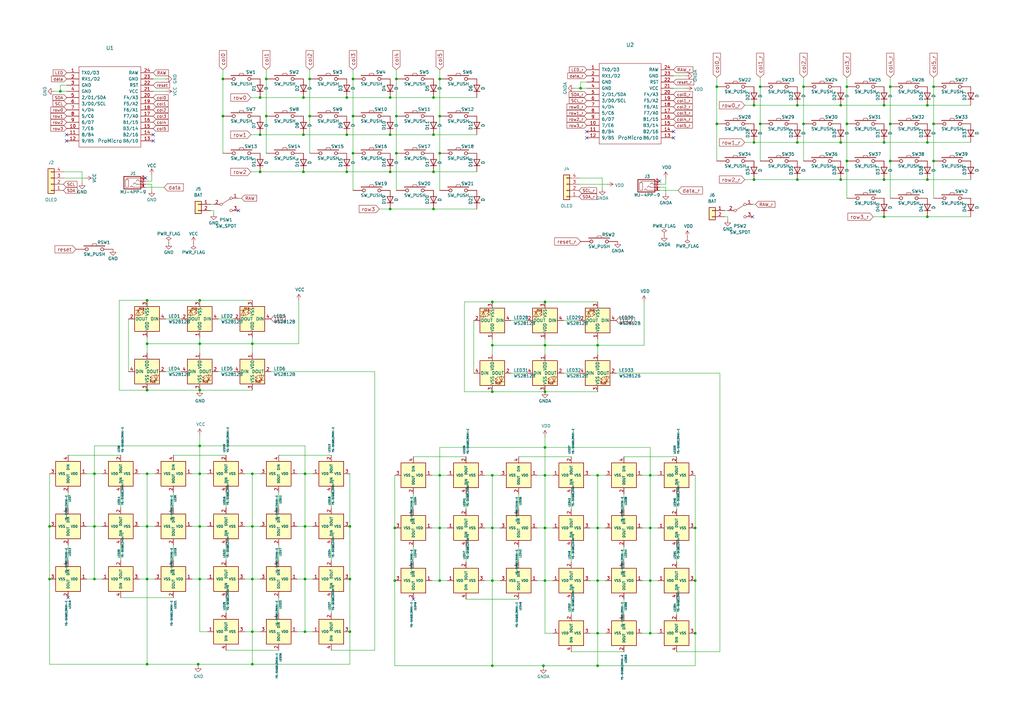
<source format=kicad_sch>
(kicad_sch (version 20231120) (generator "eeschema") (generator_version "8.0")
  (paper "A3")
  (title_block (title "Corne Cherry") (date "2020-09-28") (rev "3.0.1") (company "foostan"))
  (junction (at 142.24 40.005))
  (junction (at 223.52 238.125))
  (junction (at 127 47.625))
  (junction (at 180.34 216.535))
  (junction (at 362.585 58.42))
  (junction (at 60.325 272.415))
  (junction (at 160.02 70.485))
  (junction (at 125.095 259.08))
  (junction (at 103.505 194.31))
  (junction (at 245.11 273.05))
  (junction (at 161.925 216.535))
  (junction (at 344.805 73.66))
  (junction (at 309.245 73.66))
  (junction (at 162.56 62.865))
  (junction (at 103.505 237.49))
  (junction (at 180.34 194.945))
  (junction (at 309.245 43.18))
  (junction (at 223.52 123.825))
  (junction (at 223.52 216.535))
  (junction (at 380.365 58.42))
  (junction (at 177.8 55.245))
  (junction (at 177.8 40.005))
  (junction (at 81.915 160.02))
  (junction (at 266.7 238.125))
  (junction (at 24.765 37.465))
  (junction (at 329.565 50.8))
  (junction (at 223.52 160.655))
  (junction (at 382.905 66.04))
  (junction (at 60.325 194.31))
  (junction (at 81.915 182.88))
  (junction (at 81.915 215.9))
  (junction (at 201.93 216.535))
  (junction (at 201.93 141.605))
  (junction (at 81.915 140.97))
  (junction (at 245.11 216.535))
  (junction (at 294.005 35.56))
  (junction (at 311.785 50.8))
  (junction (at 142.24 70.485))
  (junction (at 177.8 70.485))
  (junction (at 380.365 43.18))
  (junction (at 109.22 47.625))
  (junction (at 81.28 272.415))
  (junction (at 347.345 35.56))
  (junction (at 125.095 194.31))
  (junction (at 327.025 73.66))
  (junction (at 160.02 40.005))
  (junction (at 294.005 50.8))
  (junction (at 238.125 36.195))
  (junction (at 20.32 237.49))
  (junction (at 245.11 238.125))
  (junction (at 180.34 32.385))
  (junction (at 161.925 238.125))
  (junction (at 245.11 141.605))
  (junction (at 20.32 215.9))
  (junction (at 38.735 194.31))
  (junction (at 106.68 70.485))
  (junction (at 362.585 73.66))
  (junction (at 347.345 66.04))
  (junction (at 311.785 35.56))
  (junction (at 60.325 237.49))
  (junction (at 160.02 85.725))
  (junction (at 362.585 88.9))
  (junction (at 160.02 55.245))
  (junction (at 125.095 237.49))
  (junction (at 365.125 66.04))
  (junction (at 144.78 47.625))
  (junction (at 144.78 32.385))
  (junction (at 38.735 237.49))
  (junction (at 106.68 55.245))
  (junction (at 380.365 88.9))
  (junction (at 106.68 40.005))
  (junction (at 327.025 43.18))
  (junction (at 285.115 238.125))
  (junction (at 180.34 238.125))
  (junction (at 144.78 62.865))
  (junction (at 201.93 273.05))
  (junction (at 81.915 237.49))
  (junction (at 266.7 194.945))
  (junction (at 81.915 123.19))
  (junction (at 162.56 32.385))
  (junction (at 245.11 194.945))
  (junction (at 327.025 58.42))
  (junction (at 365.125 50.8))
  (junction (at 180.34 47.625))
  (junction (at 109.22 32.385))
  (junction (at 143.51 237.49))
  (junction (at 266.7 216.535))
  (junction (at 38.735 215.9))
  (junction (at 285.115 259.715))
  (junction (at 201.93 123.825))
  (junction (at 127 32.385))
  (junction (at 81.915 194.31))
  (junction (at 91.44 47.625))
  (junction (at 177.8 85.725))
  (junction (at 124.46 55.245))
  (junction (at 223.52 183.515))
  (junction (at 125.095 215.9))
  (junction (at 103.505 140.97))
  (junction (at 344.805 58.42))
  (junction (at 344.805 43.18))
  (junction (at 382.905 35.56))
  (junction (at 103.505 259.08))
  (junction (at 103.505 215.9))
  (junction (at 60.325 215.9))
  (junction (at 60.325 123.19))
  (junction (at 380.365 73.66))
  (junction (at 103.505 272.415))
  (junction (at 223.52 194.945))
  (junction (at 223.52 141.605))
  (junction (at 365.125 35.56))
  (junction (at 285.115 216.535))
  (junction (at 91.44 32.385))
  (junction (at 309.245 58.42))
  (junction (at 60.325 160.02))
  (junction (at 201.93 238.125))
  (junction (at 142.24 55.245))
  (junction (at 347.345 50.8))
  (junction (at 222.885 273.05))
  (junction (at 60.325 140.97))
  (junction (at 201.93 194.945))
  (junction (at 329.565 35.56))
  (junction (at 143.51 259.08))
  (junction (at 162.56 47.625))
  (junction (at 124.46 70.485))
  (junction (at 180.34 62.865))
  (junction (at 201.93 160.655))
  (junction (at 266.7 259.715))
  (junction (at 124.46 40.005))
  (junction (at 143.51 215.9))
  (junction (at 362.585 43.18))
  (junction (at 245.11 259.715))
  (junction (at 382.905 50.8))
  (no_connect (at 169.545 245.745))
  (no_connect (at 62.865 57.785))
  (no_connect (at 62.865 55.245))
  (no_connect (at 240.665 56.515))
  (no_connect (at 59.69 73.025))
  (no_connect (at 240.665 53.975))
  (no_connect (at 276.225 53.975))
  (no_connect (at 308.61 88.9))
  (no_connect (at 27.94 245.11))
  (no_connect (at 27.305 57.785))
  (no_connect (at 97.79 86.36))
  (no_connect (at 270.51 74.295))
  (no_connect (at 27.305 55.245))
  (no_connect (at 276.225 56.515))
  (wire (pts (xy 241.935 194.945) (xy 245.11 194.945)))
  (wire (pts (xy 311.785 50.8) (xy 311.785 66.04)))
  (wire (pts (xy 92.71 229.87) (xy 92.71 223.52)))
  (wire (pts (xy 91.44 28.575) (xy 91.44 32.385)))
  (wire (pts (xy 294.005 31.75) (xy 294.005 35.56)))
  (wire (pts (xy 234.315 208.915) (xy 234.315 202.565)))
  (wire (pts (xy 106.68 40.005) (xy 124.46 40.005)))
  (wire (pts (xy 201.93 141.605) (xy 223.52 141.605)))
  (wire (pts (xy 161.925 194.945) (xy 161.925 216.535)))
  (wire (pts (xy 38.735 237.49) (xy 38.735 215.9)))
  (wire (pts (xy 177.8 55.245) (xy 195.58 55.245)))
  (wire (pts (xy 26.035 73.025) (xy 34.925 73.025)))
  (wire (pts (xy 266.7 238.125) (xy 269.875 238.125)))
  (wire (pts (xy 255.905 224.155) (xy 255.905 230.505)))
  (wire (pts (xy 86.36 83.82) (xy 87.63 83.82)))
  (wire (pts (xy 263.525 238.125) (xy 266.7 238.125)))
  (wire (pts (xy 71.12 245.11) (xy 49.53 245.11)))
  (wire (pts (xy 223.52 216.535) (xy 226.695 216.535)))
  (wire (pts (xy 241.935 238.125) (xy 245.11 238.125)))
  (wire (pts (xy 252.73 153.035) (xy 295.275 153.035)))
  (wire (pts (xy 91.44 32.385) (xy 91.44 47.625)))
  (wire (pts (xy 309.245 73.66) (xy 327.025 73.66)))
  (wire (pts (xy 143.51 259.08) (xy 143.51 272.415)))
  (wire (pts (xy 297.18 86.36) (xy 298.45 86.36)))
  (wire (pts (xy 223.52 160.655) (xy 245.11 160.655)))
  (wire (pts (xy 103.505 140.97) (xy 122.555 140.97)))
  (wire (pts (xy 162.56 62.865) (xy 162.56 78.105)))
  (wire (pts (xy 33.655 70.485) (xy 26.035 70.485)))
  (wire (pts (xy 62.23 74.295) (xy 62.23 71.755)))
  (wire (pts (xy 125.095 182.88) (xy 81.915 182.88)))
  (wire (pts (xy 128.27 259.08) (xy 125.095 259.08)))
  (wire (pts (xy 111.125 152.4) (xy 153.67 152.4)))
  (wire (pts (xy 162.56 32.385) (xy 162.56 47.625)))
  (wire (pts (xy 125.095 237.49) (xy 125.095 215.9)))
  (wire (pts (xy 270.51 78.105) (xy 278.13 78.105)))
  (wire (pts (xy 71.12 208.28) (xy 71.12 201.93)))
  (wire (pts (xy 309.245 58.42) (xy 327.025 58.42)))
  (wire (pts (xy 380.365 58.42) (xy 398.145 58.42)))
  (wire (pts (xy 177.165 216.535) (xy 180.34 216.535)))
  (wire (pts (xy 237.49 73.025) (xy 247.015 73.025)))
  (wire (pts (xy 177.8 85.725) (xy 195.58 85.725)))
  (wire (pts (xy 81.915 237.49) (xy 81.915 259.08)))
  (wire (pts (xy 201.93 123.825) (xy 190.5 123.825)))
  (wire (pts (xy 223.52 141.605) (xy 223.52 145.415)))
  (wire (pts (xy 285.115 273.05) (xy 245.11 273.05)))
  (wire (pts (xy 60.325 160.02) (xy 81.915 160.02)))
  (wire (pts (xy 49.53 208.28) (xy 49.53 201.93)))
  (wire (pts (xy 124.46 70.485) (xy 142.24 70.485)))
  (wire (pts (xy 92.71 251.46) (xy 92.71 245.11)))
  (wire (pts (xy 106.68 70.485) (xy 124.46 70.485)))
  (wire (pts (xy 100.33 215.9) (xy 103.505 215.9)))
  (wire (pts (xy 180.34 216.535) (xy 180.34 194.945)))
  (wire (pts (xy 380.365 88.9) (xy 398.145 88.9)))
  (wire (pts (xy 183.515 238.125) (xy 180.34 238.125)))
  (wire (pts (xy 223.52 194.945) (xy 226.695 194.945)))
  (wire (pts (xy 125.095 194.31) (xy 121.92 194.31)))
  (wire (pts (xy 114.3 223.52) (xy 114.3 229.87)))
  (wire (pts (xy 220.345 216.535) (xy 223.52 216.535)))
  (wire (pts (xy 143.51 272.415) (xy 103.505 272.415)))
  (wire (pts (xy 382.905 66.04) (xy 382.905 81.28)))
  (wire (pts (xy 263.525 216.535) (xy 266.7 216.535)))
  (wire (pts (xy 245.11 238.125) (xy 248.285 238.125)))
  (wire (pts (xy 125.095 194.31) (xy 125.095 215.9)))
  (wire (pts (xy 277.495 224.155) (xy 277.495 230.505)))
  (wire (pts (xy 269.875 259.715) (xy 266.7 259.715)))
  (wire (pts (xy 125.095 259.08) (xy 125.095 237.49)))
  (wire (pts (xy 38.735 194.31) (xy 41.91 194.31)))
  (wire (pts (xy 20.32 237.49) (xy 20.32 272.415)))
  (wire (pts (xy 144.78 62.865) (xy 144.78 78.105)))
  (wire (pts (xy 241.935 216.535) (xy 245.11 216.535)))
  (wire (pts (xy 27.305 34.925) (xy 24.765 34.925)))
  (wire (pts (xy 33.655 74.93) (xy 33.655 70.485)))
  (wire (pts (xy 191.135 230.505) (xy 191.135 224.155)))
  (wire (pts (xy 161.925 238.125) (xy 161.925 273.05)))
  (wire (pts (xy 234.315 230.505) (xy 234.315 224.155)))
  (wire (pts (xy 81.915 237.49) (xy 85.09 237.49)))
  (wire (pts (xy 106.68 259.08) (xy 103.505 259.08)))
  (wire (pts (xy 198.755 216.535) (xy 201.93 216.535)))
  (wire (pts (xy 329.565 31.75) (xy 329.565 35.56)))
  (wire (pts (xy 380.365 43.18) (xy 398.145 43.18)))
  (wire (pts (xy 237.49 75.565) (xy 248.92 75.565)))
  (wire (pts (xy 127 32.385) (xy 127 47.625)))
  (wire (pts (xy 102.87 40.005) (xy 106.68 40.005)))
  (wire (pts (xy 177.8 70.485) (xy 195.58 70.485)))
  (wire (pts (xy 223.52 183.515) (xy 180.34 183.515)))
  (wire (pts (xy 128.27 194.31) (xy 125.095 194.31)))
  (wire (pts (xy 266.7 194.945) (xy 263.525 194.945)))
  (wire (pts (xy 60.325 123.19) (xy 48.895 123.19)))
  (wire (pts (xy 22.225 37.465) (xy 24.765 37.465)))
  (wire (pts (xy 201.93 273.05) (xy 222.885 273.05)))
  (wire (pts (xy 124.46 55.245) (xy 142.24 55.245)))
  (wire (pts (xy 92.71 186.69) (xy 71.12 186.69)))
  (wire (pts (xy 169.545 224.155) (xy 169.545 230.505)))
  (wire (pts (xy 180.34 47.625) (xy 180.34 62.865)))
  (wire (pts (xy 234.315 187.325) (xy 212.725 187.325)))
  (wire (pts (xy 223.52 123.825) (xy 201.93 123.825)))
  (wire (pts (xy 240.665 33.655) (xy 238.125 33.655)))
  (wire (pts (xy 266.7 259.715) (xy 263.525 259.715)))
  (wire (pts (xy 223.52 238.125) (xy 226.695 238.125)))
  (wire (pts (xy 59.69 75.565) (xy 62.23 75.565)))
  (wire (pts (xy 62.865 32.385) (xy 67.945 32.385)))
  (wire (pts (xy 24.765 34.925) (xy 24.765 37.465)))
  (wire (pts (xy 81.915 182.88) (xy 38.735 182.88)))
  (wire (pts (xy 212.725 245.745) (xy 191.135 245.745)))
  (wire (pts (xy 161.925 216.535) (xy 161.925 238.125)))
  (wire (pts (xy 237.49 131.445) (xy 231.14 131.445)))
  (wire (pts (xy 38.735 215.9) (xy 41.91 215.9)))
  (wire (pts (xy 305.435 58.42) (xy 309.245 58.42)))
  (wire (pts (xy 277.495 245.745) (xy 277.495 252.095)))
  (wire (pts (xy 245.11 216.535) (xy 248.285 216.535)))
  (wire (pts (xy 177.165 238.125) (xy 180.34 238.125)))
  (wire (pts (xy 153.67 266.7) (xy 135.89 266.7)))
  (wire (pts (xy 143.51 194.31) (xy 143.51 215.9)))
  (wire (pts (xy 92.71 208.28) (xy 92.71 201.93)))
  (wire (pts (xy 60.325 272.415) (xy 81.28 272.415)))
  (wire (pts (xy 143.51 215.9) (xy 143.51 237.49)))
  (wire (pts (xy 344.805 43.18) (xy 362.585 43.18)))
  (wire (pts (xy 48.895 123.19) (xy 48.895 160.02)))
  (wire (pts (xy 180.34 194.945) (xy 180.34 183.515)))
  (wire (pts (xy 91.44 47.625) (xy 91.44 62.865)))
  (wire (pts (xy 177.165 194.945) (xy 180.34 194.945)))
  (wire (pts (xy 362.585 73.66) (xy 380.365 73.66)))
  (wire (pts (xy 305.435 43.18) (xy 309.245 43.18)))
  (wire (pts (xy 144.78 28.575) (xy 144.78 32.385)))
  (wire (pts (xy 81.915 215.9) (xy 81.915 194.31)))
  (wire (pts (xy 59.69 76.835) (xy 67.31 76.835)))
  (wire (pts (xy 365.125 35.56) (xy 365.125 50.8)))
  (wire (pts (xy 155.575 85.725) (xy 160.02 85.725)))
  (wire (pts (xy 201.93 238.125) (xy 201.93 273.05)))
  (wire (pts (xy 109.22 47.625) (xy 109.22 62.865)))
  (wire (pts (xy 81.28 272.415) (xy 81.28 273.05)))
  (wire (pts (xy 81.915 194.31) (xy 81.915 182.88)))
  (wire (pts (xy 59.69 74.295) (xy 62.23 74.295)))
  (wire (pts (xy 60.325 138.43) (xy 60.325 140.97)))
  (wire (pts (xy 103.505 138.43) (xy 103.505 140.97)))
  (wire (pts (xy 60.325 237.49) (xy 60.325 272.415)))
  (wire (pts (xy 223.52 179.07) (xy 223.52 183.515)))
  (wire (pts (xy 220.345 194.945) (xy 223.52 194.945)))
  (wire (pts (xy 124.46 40.005) (xy 142.24 40.005)))
  (wire (pts (xy 41.91 237.49) (xy 38.735 237.49)))
  (wire (pts (xy 160.02 40.005) (xy 177.8 40.005)))
  (wire (pts (xy 276.225 31.115) (xy 281.305 31.115)))
  (wire (pts (xy 255.905 245.745) (xy 255.905 252.095)))
  (wire (pts (xy 201.93 216.535) (xy 205.105 216.535)))
  (wire (pts (xy 255.905 202.565) (xy 255.905 208.915)))
  (wire (pts (xy 347.345 31.75) (xy 347.345 35.56)))
  (wire (pts (xy 294.005 35.56) (xy 294.005 50.8)))
  (wire (pts (xy 329.565 50.8) (xy 329.565 66.04)))
  (wire (pts (xy 121.92 237.49) (xy 125.095 237.49)))
  (wire (pts (xy 309.245 43.18) (xy 327.025 43.18)))
  (wire (pts (xy 311.785 31.75) (xy 311.785 35.56)))
  (wire (pts (xy 20.32 194.31) (xy 20.32 215.9)))
  (wire (pts (xy 270.51 75.565) (xy 273.05 75.565)))
  (wire (pts (xy 245.11 216.535) (xy 245.11 238.125)))
  (wire (pts (xy 135.89 186.69) (xy 114.3 186.69)))
  (wire (pts (xy 48.895 160.02) (xy 60.325 160.02)))
  (wire (pts (xy 153.67 152.4) (xy 153.67 266.7)))
  (wire (pts (xy 135.89 245.11) (xy 135.89 251.46)))
  (wire (pts (xy 180.34 216.535) (xy 183.515 216.535)))
  (wire (pts (xy 180.34 194.945) (xy 183.515 194.945)))
  (wire (pts (xy 295.275 267.335) (xy 277.495 267.335)))
  (wire (pts (xy 201.93 238.125) (xy 205.105 238.125)))
  (wire (pts (xy 125.095 259.08) (xy 121.92 259.08)))
  (wire (pts (xy 347.345 66.04) (xy 347.345 81.28)))
  (wire (pts (xy 191.135 187.325) (xy 169.545 187.325)))
  (wire (pts (xy 35.56 194.31) (xy 38.735 194.31)))
  (wire (pts (xy 285.115 259.715) (xy 285.115 273.05)))
  (wire (pts (xy 81.28 272.415) (xy 103.505 272.415)))
  (wire (pts (xy 125.095 182.88) (xy 125.095 194.31)))
  (wire (pts (xy 60.325 140.97) (xy 60.325 144.78)))
  (wire (pts (xy 215.9 131.445) (xy 209.55 131.445)))
  (wire (pts (xy 222.885 273.05) (xy 245.11 273.05)))
  (wire (pts (xy 35.56 215.9) (xy 38.735 215.9)))
  (wire (pts (xy 81.915 178.435) (xy 81.915 182.88)))
  (wire (pts (xy 103.505 140.97) (xy 103.505 144.78)))
  (wire (pts (xy 223.52 194.945) (xy 223.52 183.515)))
  (wire (pts (xy 87.63 86.36) (xy 87.63 87.63)))
  (wire (pts (xy 35.56 237.49) (xy 38.735 237.49)))
  (wire (pts (xy 160.02 85.725) (xy 177.8 85.725)))
  (wire (pts (xy 223.52 238.125) (xy 223.52 216.535)))
  (wire (pts (xy 298.45 88.9) (xy 298.45 90.17)))
  (wire (pts (xy 122.555 140.97) (xy 122.555 123.19)))
  (wire (pts (xy 327.025 73.66) (xy 344.805 73.66)))
  (wire (pts (xy 177.8 40.005) (xy 195.58 40.005)))
  (wire (pts (xy 57.15 215.9) (xy 60.325 215.9)))
  (wire (pts (xy 114.3 245.11) (xy 114.3 251.46)))
  (wire (pts (xy 201.93 216.535) (xy 201.93 238.125)))
  (wire (pts (xy 201.93 141.605) (xy 201.93 145.415)))
  (wire (pts (xy 74.295 130.81) (xy 67.945 130.81)))
  (wire (pts (xy 144.78 32.385) (xy 144.78 47.625)))
  (wire (pts (xy 362.585 58.42) (xy 380.365 58.42)))
  (wire (pts (xy 191.135 208.915) (xy 191.135 202.565)))
  (wire (pts (xy 273.05 75.565) (xy 273.05 73.025)))
  (wire (pts (xy 57.15 194.31) (xy 60.325 194.31)))
  (wire (pts (xy 114.3 201.93) (xy 114.3 208.28)))
  (wire (pts (xy 245.11 259.715) (xy 245.11 273.05)))
  (wire (pts (xy 60.325 237.49) (xy 63.5 237.49)))
  (wire (pts (xy 106.68 55.245) (xy 124.46 55.245)))
  (wire (pts (xy 277.495 202.565) (xy 277.495 208.915)))
  (wire (pts (xy 38.735 215.9) (xy 38.735 194.31)))
  (wire (pts (xy 103.505 123.19) (xy 81.915 123.19)))
  (wire (pts (xy 266.7 183.515) (xy 223.52 183.515)))
  (wire (pts (xy 198.755 238.125) (xy 201.93 238.125)))
  (wire (pts (xy 295.275 153.035) (xy 295.275 267.335)))
  (wire (pts (xy 245.11 259.715) (xy 241.935 259.715)))
  (wire (pts (xy 201.93 273.05) (xy 161.925 273.05)))
  (wire (pts (xy 201.93 194.945) (xy 201.93 216.535)))
  (wire (pts (xy 205.105 194.945) (xy 201.93 194.945)))
  (wire (pts (xy 60.325 140.97) (xy 81.915 140.97)))
  (wire (pts (xy 106.68 194.31) (xy 103.505 194.31)))
  (wire (pts (xy 81.915 259.08) (xy 85.09 259.08)))
  (wire (pts (xy 194.31 131.445) (xy 194.31 153.035)))
  (wire (pts (xy 27.94 223.52) (xy 27.94 229.87)))
  (wire (pts (xy 266.7 259.715) (xy 266.7 238.125)))
  (wire (pts (xy 245.11 123.825) (xy 223.52 123.825)))
  (wire (pts (xy 234.315 252.095) (xy 234.315 245.745)))
  (wire (pts (xy 311.785 35.56) (xy 311.785 50.8)))
  (wire (pts (xy 99.06 81.28) (xy 97.79 81.28)))
  (wire (pts (xy 223.52 238.125) (xy 223.52 259.715)))
  (wire (pts (xy 209.55 153.035) (xy 215.9 153.035)))
  (wire (pts (xy 365.125 66.04) (xy 365.125 81.28)))
  (wire (pts (xy 109.22 32.385) (xy 109.22 47.625)))
  (wire (pts (xy 247.015 73.025) (xy 247.015 77.47)))
  (wire (pts (xy 362.585 43.18) (xy 380.365 43.18)))
  (wire (pts (xy 245.11 139.065) (xy 245.11 141.605)))
  (wire (pts (xy 103.505 259.08) (xy 103.505 272.415)))
  (wire (pts (xy 277.495 187.325) (xy 255.905 187.325)))
  (wire (pts (xy 266.7 183.515) (xy 266.7 194.945)))
  (wire (pts (xy 222.885 273.05) (xy 222.885 273.685)))
  (wire (pts (xy 103.505 194.31) (xy 103.505 215.9)))
  (wire (pts (xy 285.115 194.945) (xy 285.115 216.535)))
  (wire (pts (xy 63.5 194.31) (xy 60.325 194.31)))
  (wire (pts (xy 114.3 266.7) (xy 92.71 266.7)))
  (wire (pts (xy 81.915 140.97) (xy 81.915 144.78)))
  (wire (pts (xy 20.32 215.9) (xy 20.32 237.49)))
  (wire (pts (xy 266.7 194.945) (xy 266.7 216.535)))
  (wire (pts (xy 125.095 215.9) (xy 128.27 215.9)))
  (wire (pts (xy 109.22 28.575) (xy 109.22 32.385)))
  (wire (pts (xy 60.325 194.31) (xy 60.325 215.9)))
  (wire (pts (xy 81.915 237.49) (xy 81.915 215.9)))
  (wire (pts (xy 285.115 216.535) (xy 285.115 238.125)))
  (wire (pts (xy 382.905 31.75) (xy 382.905 35.56)))
  (wire (pts (xy 49.53 229.87) (xy 49.53 223.52)))
  (wire (pts (xy 190.5 160.655) (xy 201.93 160.655)))
  (wire (pts (xy 95.885 130.81) (xy 89.535 130.81)))
  (wire (pts (xy 362.585 88.9) (xy 380.365 88.9)))
  (wire (pts (xy 248.285 259.715) (xy 245.11 259.715)))
  (wire (pts (xy 223.52 259.715) (xy 226.695 259.715)))
  (wire (pts (xy 344.805 58.42) (xy 362.585 58.42)))
  (wire (pts (xy 212.725 224.155) (xy 212.725 230.505)))
  (wire (pts (xy 238.125 36.195) (xy 240.665 36.195)))
  (wire (pts (xy 81.915 138.43) (xy 81.915 140.97)))
  (wire (pts (xy 127 47.625) (xy 127 62.865)))
  (wire (pts (xy 266.7 216.535) (xy 269.875 216.535)))
  (wire (pts (xy 103.505 259.08) (xy 100.33 259.08)))
  (wire (pts (xy 78.74 237.49) (xy 81.915 237.49)))
  (wire (pts (xy 60.325 272.415) (xy 20.32 272.415)))
  (wire (pts (xy 190.5 123.825) (xy 190.5 160.655)))
  (wire (pts (xy 121.92 215.9) (xy 125.095 215.9)))
  (wire (pts (xy 100.33 237.49) (xy 103.505 237.49)))
  (wire (pts (xy 125.095 237.49) (xy 128.27 237.49)))
  (wire (pts (xy 142.24 40.005) (xy 160.02 40.005)))
  (wire (pts (xy 103.505 237.49) (xy 103.505 259.08)))
  (wire (pts (xy 78.74 194.31) (xy 81.915 194.31)))
  (wire (pts (xy 347.345 50.8) (xy 347.345 66.04)))
  (wire (pts (xy 81.915 140.97) (xy 103.505 140.97)))
  (wire (pts (xy 60.325 215.9) (xy 60.325 237.49)))
  (wire (pts (xy 169.545 202.565) (xy 169.545 208.915)))
  (wire (pts (xy 62.23 75.565) (xy 62.23 78.105)))
  (wire (pts (xy 143.51 237.49) (xy 143.51 259.08)))
  (wire (pts (xy 71.12 223.52) (xy 71.12 229.87)))
  (wire (pts (xy 223.52 141.605) (xy 245.11 141.605)))
  (wire (pts (xy 382.905 50.8) (xy 382.905 66.04)))
  (wire (pts (xy 276.225 36.195) (xy 281.305 36.195)))
  (wire (pts (xy 347.345 35.56) (xy 347.345 50.8)))
  (wire (pts (xy 27.94 201.93) (xy 27.94 208.28)))
  (wire (pts (xy 62.865 37.465) (xy 67.945 37.465)))
  (wire (pts (xy 220.345 238.125) (xy 223.52 238.125)))
  (wire (pts (xy 270.51 76.835) (xy 273.05 76.835)))
  (wire (pts (xy 89.535 152.4) (xy 95.885 152.4)))
  (wire (pts (xy 273.05 76.835) (xy 273.05 79.375)))
  (wire (pts (xy 198.755 194.945) (xy 201.93 194.945)))
  (wire (pts (xy 144.78 47.625) (xy 144.78 62.865)))
  (wire (pts (xy 135.89 223.52) (xy 135.89 229.87)))
  (wire (pts (xy 327.025 58.42) (xy 344.805 58.42)))
  (wire (pts (xy 223.52 216.535) (xy 223.52 194.945)))
  (wire (pts (xy 344.805 73.66) (xy 362.585 73.66)))
  (wire (pts (xy 255.905 267.335) (xy 234.315 267.335)))
  (wire (pts (xy 162.56 28.575) (xy 162.56 32.385)))
  (wire (pts (xy 102.87 70.485) (xy 106.68 70.485)))
  (wire (pts (xy 248.285 194.945) (xy 245.11 194.945)))
  (wire (pts (xy 309.88 83.82) (xy 308.61 83.82)))
  (wire (pts (xy 285.115 238.125) (xy 285.115 259.715)))
  (wire (pts (xy 382.905 35.56) (xy 382.905 50.8)))
  (wire (pts (xy 305.435 73.66) (xy 309.245 73.66)))
  (wire (pts (xy 160.02 70.485) (xy 177.8 70.485)))
  (wire (pts (xy 49.53 186.69) (xy 27.94 186.69)))
  (wire (pts (xy 201.93 139.065) (xy 201.93 141.605)))
  (wire (pts (xy 81.915 160.02) (xy 103.505 160.02)))
  (wire (pts (xy 365.125 50.8) (xy 365.125 66.04)))
  (wire (pts (xy 180.34 238.125) (xy 180.34 216.535)))
  (wire (pts (xy 201.93 160.655) (xy 223.52 160.655)))
  (wire (pts (xy 142.24 70.485) (xy 160.02 70.485)))
  (wire (pts (xy 212.725 208.915) (xy 212.725 202.565)))
  (wire (pts (xy 67.945 152.4) (xy 74.295 152.4)))
  (wire (pts (xy 245.11 238.125) (xy 245.11 259.715)))
  (wire (pts (xy 380.365 73.66) (xy 398.145 73.66)))
  (wire (pts (xy 102.87 55.245) (xy 106.68 55.245)))
  (wire (pts (xy 365.125 31.75) (xy 365.125 35.56)))
  (wire (pts (xy 81.915 123.19) (xy 60.325 123.19)))
  (wire (pts (xy 103.505 215.9) (xy 103.505 237.49)))
  (wire (pts (xy 235.585 36.195) (xy 238.125 36.195)))
  (wire (pts (xy 127 28.575) (xy 127 32.385)))
  (wire (pts (xy 86.36 86.36) (xy 87.63 86.36)))
  (wire (pts (xy 38.735 194.31) (xy 38.735 182.88)))
  (wire (pts (xy 269.875 194.945) (xy 266.7 194.945)))
  (wire (pts (xy 245.11 141.605) (xy 245.11 145.415)))
  (wire (pts (xy 358.14 88.9) (xy 362.585 88.9)))
  (wire (pts (xy 103.505 215.9) (xy 106.68 215.9)))
  (wire (pts (xy 135.89 201.93) (xy 135.89 208.28)))
  (wire (pts (xy 100.33 194.31) (xy 103.505 194.31)))
  (wire (pts (xy 180.34 32.385) (xy 180.34 47.625)))
  (wire (pts (xy 231.14 153.035) (xy 237.49 153.035)))
  (wire (pts (xy 266.7 238.125) (xy 266.7 216.535)))
  (wire (pts (xy 81.915 194.31) (xy 85.09 194.31)))
  (wire (pts (xy 162.56 47.625) (xy 162.56 62.865)))
  (wire (pts (xy 57.15 237.49) (xy 60.325 237.49)))
  (wire (pts (xy 329.565 35.56) (xy 329.565 50.8)))
  (wire (pts (xy 24.765 37.465) (xy 27.305 37.465)))
  (wire (pts (xy 103.505 237.49) (xy 106.68 237.49)))
  (wire (pts (xy 245.11 194.945) (xy 245.11 216.535)))
  (wire (pts (xy 142.24 55.245) (xy 160.02 55.245)))
  (wire (pts (xy 294.005 50.8) (xy 294.005 66.04)))
  (wire (pts (xy 264.16 141.605) (xy 264.16 123.825)))
  (wire (pts (xy 223.52 139.065) (xy 223.52 141.605)))
  (wire (pts (xy 60.325 215.9) (xy 63.5 215.9)))
  (wire (pts (xy 160.02 55.245) (xy 177.8 55.245)))
  (wire (pts (xy 180.34 62.865) (xy 180.34 78.105)))
  (wire (pts (xy 81.915 215.9) (xy 85.09 215.9)))
  (wire (pts (xy 78.74 215.9) (xy 81.915 215.9)))
  (wire (pts (xy 327.025 43.18) (xy 344.805 43.18)))
  (wire (pts (xy 52.705 130.81) (xy 52.705 152.4)))
  (wire (pts (xy 238.125 33.655) (xy 238.125 36.195)))
  (wire (pts (xy 180.34 28.575) (xy 180.34 32.385)))
  (wire (pts (xy 297.18 88.9) (xy 298.45 88.9)))
  (wire (pts (xy 245.11 141.605) (xy 264.16 141.605)))
  (global_label "col4" (shape input) (at 62.865 50.165 0) (effects (font (size 1.1938 1.1938))) (property "Intersheetrefs" "${INTERSHEET_REFS}" (effects (hide yes))))
  (global_label "row3_r" (shape input) (at 358.14 88.9 180) (effects (font (size 1.524 1.524))) (property "Intersheetrefs" "${INTERSHEET_REFS}" (effects (hide yes))))
  (global_label "col5_r" (shape input) (at 276.225 51.435 0) (effects (font (size 1.1938 1.1938))) (property "Intersheetrefs" "${INTERSHEET_REFS}" (effects (hide yes))))
  (global_label "col0" (shape input) (at 91.44 28.575 90) (effects (font (size 1.524 1.524))) (property "Intersheetrefs" "${INTERSHEET_REFS}" (effects (hide yes))))
  (global_label "SCL_r" (shape input) (at 237.49 78.105 0) (effects (font (size 1.1938 1.1938))) (property "Intersheetrefs" "${INTERSHEET_REFS}" (effects (hide yes))))
  (global_label "LED" (shape input) (at 27.305 29.845 180) (effects (font (size 1.1938 1.1938))) (property "Intersheetrefs" "${INTERSHEET_REFS}" (effects (hide yes))))
  (global_label "reset" (shape input) (at 31.115 102.235 180) (effects (font (size 1.524 1.524))) (property "Intersheetrefs" "${INTERSHEET_REFS}" (effects (hide yes))))
  (global_label "col1" (shape input) (at 109.22 28.575 90) (effects (font (size 1.524 1.524))) (property "Intersheetrefs" "${INTERSHEET_REFS}" (effects (hide yes))))
  (global_label "RAW_r" (shape input) (at 276.225 28.575 0) (property "Intersheetrefs" "${INTERSHEET_REFS}" (effects (hide yes))))
  (global_label "row0" (shape input) (at 102.87 40.005 180) (effects (font (size 1.524 1.524))) (property "Intersheetrefs" "${INTERSHEET_REFS}" (effects (hide yes))))
  (global_label "data" (shape input) (at 27.305 32.385 180) (effects (font (size 1.1938 1.1938))) (property "Intersheetrefs" "${INTERSHEET_REFS}" (effects (hide yes))))
  (global_label "col2_r" (shape input) (at 276.225 43.815 0) (effects (font (size 1.1938 1.1938))) (property "Intersheetrefs" "${INTERSHEET_REFS}" (effects (hide yes))))
  (global_label "data_r" (shape input) (at 240.665 31.115 180) (effects (font (size 1.1938 1.1938))) (property "Intersheetrefs" "${INTERSHEET_REFS}" (effects (hide yes))))
  (global_label "row1_r" (shape input) (at 305.435 58.42 180) (effects (font (size 1.524 1.524))) (property "Intersheetrefs" "${INTERSHEET_REFS}" (effects (hide yes))))
  (global_label "col5" (shape input) (at 62.865 52.705 0) (effects (font (size 1.1938 1.1938))) (property "Intersheetrefs" "${INTERSHEET_REFS}" (effects (hide yes))))
  (global_label "col3" (shape input) (at 62.865 47.625 0) (effects (font (size 1.1938 1.1938))) (property "Intersheetrefs" "${INTERSHEET_REFS}" (effects (hide yes))))
  (global_label "row2" (shape input) (at 102.87 70.485 180) (effects (font (size 1.524 1.524))) (property "Intersheetrefs" "${INTERSHEET_REFS}" (effects (hide yes))))
  (global_label "RAW" (shape input) (at 62.865 29.845 0) (property "Intersheetrefs" "${INTERSHEET_REFS}" (effects (hide yes))))
  (global_label "LED_r" (shape input) (at 252.73 131.445 0) (property "Intersheetrefs" "${INTERSHEET_REFS}" (effects (hide yes))))
  (global_label "col1" (shape input) (at 62.865 42.545 0) (effects (font (size 1.1938 1.1938))) (property "Intersheetrefs" "${INTERSHEET_REFS}" (effects (hide yes))))
  (global_label "data_r" (shape input) (at 278.13 78.105 0) (effects (font (size 1.524 1.524))) (property "Intersheetrefs" "${INTERSHEET_REFS}" (effects (hide yes))))
  (global_label "LED_r" (shape input) (at 240.665 28.575 180) (effects (font (size 1.1938 1.1938))) (property "Intersheetrefs" "${INTERSHEET_REFS}" (effects (hide yes))))
  (global_label "SCL" (shape input) (at 26.035 75.565 0) (effects (font (size 1.1938 1.1938))) (property "Intersheetrefs" "${INTERSHEET_REFS}" (effects (hide yes))))
  (global_label "row1" (shape input) (at 102.87 55.245 180) (effects (font (size 1.524 1.524))) (property "Intersheetrefs" "${INTERSHEET_REFS}" (effects (hide yes))))
  (global_label "SDA" (shape input) (at 26.035 78.105 0) (effects (font (size 1.1938 1.1938))) (property "Intersheetrefs" "${INTERSHEET_REFS}" (effects (hide yes))))
  (global_label "col3_r" (shape input) (at 276.225 46.355 0) (effects (font (size 1.1938 1.1938))) (property "Intersheetrefs" "${INTERSHEET_REFS}" (effects (hide yes))))
  (global_label "reset" (shape input) (at 62.865 34.925 0) (effects (font (size 1.1938 1.1938))) (property "Intersheetrefs" "${INTERSHEET_REFS}" (effects (hide yes))))
  (global_label "col2" (shape input) (at 127 28.575 90) (effects (font (size 1.524 1.524))) (property "Intersheetrefs" "${INTERSHEET_REFS}" (effects (hide yes))))
  (global_label "SCL_r" (shape input) (at 240.665 41.275 180) (effects (font (size 1.1938 1.1938))) (property "Intersheetrefs" "${INTERSHEET_REFS}" (effects (hide yes))))
  (global_label "row1_r" (shape input) (at 240.665 46.355 180) (effects (font (size 1.1938 1.1938))) (property "Intersheetrefs" "${INTERSHEET_REFS}" (effects (hide yes))))
  (global_label "row1" (shape input) (at 27.305 47.625 180) (effects (font (size 1.1938 1.1938))) (property "Intersheetrefs" "${INTERSHEET_REFS}" (effects (hide yes))))
  (global_label "col0_r" (shape input) (at 294.005 31.75 90) (effects (font (size 1.524 1.524))) (property "Intersheetrefs" "${INTERSHEET_REFS}" (effects (hide yes))))
  (global_label "row0_r" (shape input) (at 305.435 43.18 180) (effects (font (size 1.524 1.524))) (property "Intersheetrefs" "${INTERSHEET_REFS}" (effects (hide yes))))
  (global_label "row2" (shape input) (at 27.305 50.165 180) (effects (font (size 1.1938 1.1938))) (property "Intersheetrefs" "${INTERSHEET_REFS}" (effects (hide yes))))
  (global_label "row0" (shape input) (at 27.305 45.085 180) (effects (font (size 1.1938 1.1938))) (property "Intersheetrefs" "${INTERSHEET_REFS}" (effects (hide yes))))
  (global_label "col4_r" (shape input) (at 276.225 48.895 0) (effects (font (size 1.1938 1.1938))) (property "Intersheetrefs" "${INTERSHEET_REFS}" (effects (hide yes))))
  (global_label "col0_r" (shape input) (at 276.225 38.735 0) (effects (font (size 1.1938 1.1938))) (property "Intersheetrefs" "${INTERSHEET_REFS}" (effects (hide yes))))
  (global_label "col5_r" (shape input) (at 382.905 31.75 90) (effects (font (size 1.524 1.524))) (property "Intersheetrefs" "${INTERSHEET_REFS}" (effects (hide yes))))
  (global_label "col5" (shape input) (at 180.34 28.575 90) (effects (font (size 1.524 1.524))) (property "Intersheetrefs" "${INTERSHEET_REFS}" (effects (hide yes))))
  (global_label "SCL" (shape input) (at 27.305 42.545 180) (effects (font (size 1.1938 1.1938))) (property "Intersheetrefs" "${INTERSHEET_REFS}" (effects (hide yes))))
  (global_label "reset_r" (shape input) (at 238.125 99.06 180) (effects (font (size 1.524 1.524))) (property "Intersheetrefs" "${INTERSHEET_REFS}" (effects (hide yes))))
  (global_label "col1_r" (shape input) (at 276.225 41.275 0) (effects (font (size 1.1938 1.1938))) (property "Intersheetrefs" "${INTERSHEET_REFS}" (effects (hide yes))))
  (global_label "row3_r" (shape input) (at 240.665 51.435 180) (effects (font (size 1.1938 1.1938))) (property "Intersheetrefs" "${INTERSHEET_REFS}" (effects (hide yes))))
  (global_label "row3" (shape input) (at 155.575 85.725 180) (effects (font (size 1.524 1.524))) (property "Intersheetrefs" "${INTERSHEET_REFS}" (effects (hide yes))))
  (global_label "row0_r" (shape input) (at 240.665 43.815 180) (effects (font (size 1.1938 1.1938))) (property "Intersheetrefs" "${INTERSHEET_REFS}" (effects (hide yes))))
  (global_label "RAW_r" (shape input) (at 309.88 83.82 0) (property "Intersheetrefs" "${INTERSHEET_REFS}" (effects (hide yes))))
  (global_label "col4" (shape input) (at 162.56 28.575 90) (effects (font (size 1.524 1.524))) (property "Intersheetrefs" "${INTERSHEET_REFS}" (effects (hide yes))))
  (global_label "col4_r" (shape input) (at 365.125 31.75 90) (effects (font (size 1.524 1.524))) (property "Intersheetrefs" "${INTERSHEET_REFS}" (effects (hide yes))))
  (global_label "col1_r" (shape input) (at 311.785 31.75 90) (effects (font (size 1.524 1.524))) (property "Intersheetrefs" "${INTERSHEET_REFS}" (effects (hide yes))))
  (global_label "row2_r" (shape input) (at 305.435 73.66 180) (effects (font (size 1.524 1.524))) (property "Intersheetrefs" "${INTERSHEET_REFS}" (effects (hide yes))))
  (global_label "SDA_r" (shape input) (at 240.665 38.735 180) (effects (font (size 1.1938 1.1938))) (property "Intersheetrefs" "${INTERSHEET_REFS}" (effects (hide yes))))
  (global_label "col2" (shape input) (at 62.865 45.085 0) (effects (font (size 1.1938 1.1938))) (property "Intersheetrefs" "${INTERSHEET_REFS}" (effects (hide yes))))
  (global_label "SDA" (shape input) (at 27.305 40.005 180) (effects (font (size 1.1938 1.1938))) (property "Intersheetrefs" "${INTERSHEET_REFS}" (effects (hide yes))))
  (global_label "row2_r" (shape input) (at 240.665 48.895 180) (effects (font (size 1.1938 1.1938))) (property "Intersheetrefs" "${INTERSHEET_REFS}" (effects (hide yes))))
  (global_label "col2_r" (shape input) (at 329.565 31.75 90) (effects (font (size 1.524 1.524))) (property "Intersheetrefs" "${INTERSHEET_REFS}" (effects (hide yes))))
  (global_label "col0" (shape input) (at 62.865 40.005 0) (effects (font (size 1.1938 1.1938))) (property "Intersheetrefs" "${INTERSHEET_REFS}" (effects (hide yes))))
  (global_label "col3_r" (shape input) (at 347.345 31.75 90) (effects (font (size 1.524 1.524))) (property "Intersheetrefs" "${INTERSHEET_REFS}" (effects (hide yes))))
  (global_label "RAW" (shape input) (at 99.06 81.28 0) (property "Intersheetrefs" "${INTERSHEET_REFS}" (effects (hide yes))))
  (global_label "reset_r" (shape input) (at 276.225 33.655 0) (effects (font (size 1.1938 1.1938))) (property "Intersheetrefs" "${INTERSHEET_REFS}" (effects (hide yes))))
  (global_label "SDA_r" (shape input) (at 237.49 80.645 0) (effects (font (size 1.1938 1.1938))) (property "Intersheetrefs" "${INTERSHEET_REFS}" (effects (hide yes))))
  (global_label "LED" (shape input) (at 111.125 130.81 0) (property "Intersheetrefs" "${INTERSHEET_REFS}" (effects (hide yes))))
  (global_label "col3" (shape input) (at 144.78 28.575 90) (effects (font (size 1.524 1.524))) (property "Intersheetrefs" "${INTERSHEET_REFS}" (effects (hide yes))))
  (global_label "row3" (shape input) (at 27.305 52.705 180) (effects (font (size 1.1938 1.1938))) (property "Intersheetrefs" "${INTERSHEET_REFS}" (effects (hide yes))))
  (global_label "data" (shape input) (at 67.31 76.835 0) (effects (font (size 1.524 1.524))) (property "Intersheetrefs" "${INTERSHEET_REFS}" (effects (hide yes))))
  (symbol (lib_id "kbd:ProMicro") (at 45.085 43.815 0) (unit 1)
    (property "Reference" "U1" (at 45.085 19.685 0) (effects (font (size 1.524 1.524))))
    (property "Value" "ProMicro" (at 45.085 57.785 0) (effects (font (size 1.524 1.524))))
    (property "Footprint" "kbd:ProMicro_v3" (effects (hide yes)))
  )
  (symbol (lib_id "kbd:SW_PUSH") (at 116.84 32.385 0) (unit 1)
    (property "Reference" "SW2" (at 120.65 29.591 0))
    (property "Value" "SW_PUSH" (at 116.84 34.417 0))
    (property "Footprint" "kbd:CherryMX_Hotswap" (effects (hide yes)))
  )
  (symbol (lib_id "Device:D") (at 124.46 36.195 90) (unit 1)
    (property "Reference" "D2" (at 121.92 36.195 0))
    (property "Value" "D" (at 127 36.195 0))
    (property "Footprint" "kbd:D3_SMD_v2" (effects (hide yes)))
  )
  (symbol (lib_id "kbd:SW_PUSH") (at 134.62 32.385 0) (unit 1)
    (property "Reference" "SW3" (at 138.43 29.591 0))
    (property "Value" "SW_PUSH" (at 134.62 34.417 0))
    (property "Footprint" "kbd:CherryMX_Hotswap" (effects (hide yes)))
  )
  (symbol (lib_id "Device:D") (at 142.24 36.195 90) (unit 1)
    (property "Reference" "D3" (at 139.7 36.195 0))
    (property "Value" "D" (at 144.78 36.195 0))
    (property "Footprint" "kbd:D3_SMD_v2" (effects (hide yes)))
  )
  (symbol (lib_id "kbd:SW_PUSH") (at 152.4 32.385 0) (unit 1)
    (property "Reference" "SW4" (at 156.21 29.591 0))
    (property "Value" "SW_PUSH" (at 152.4 34.417 0))
    (property "Footprint" "kbd:CherryMX_Hotswap" (effects (hide yes)))
  )
  (symbol (lib_id "kbd:SW_PUSH") (at 170.18 32.385 0) (unit 1)
    (property "Reference" "SW5" (at 173.99 29.591 0))
    (property "Value" "SW_PUSH" (at 170.18 34.417 0))
    (property "Footprint" "kbd:CherryMX_Hotswap" (effects (hide yes)))
  )
  (symbol (lib_id "kbd:SW_PUSH") (at 187.96 32.385 0) (unit 1)
    (property "Reference" "SW6" (at 191.77 29.591 0))
    (property "Value" "SW_PUSH" (at 187.96 34.417 0))
    (property "Footprint" "kbd:CherryMX_Hotswap" (effects (hide yes)))
  )
  (symbol (lib_id "Device:D") (at 160.02 36.195 90) (unit 1)
    (property "Reference" "D4" (at 157.48 36.195 0))
    (property "Value" "D" (at 162.56 36.195 0))
    (property "Footprint" "kbd:D3_SMD_v2" (effects (hide yes)))
  )
  (symbol (lib_id "Device:D") (at 177.8 36.195 90) (unit 1)
    (property "Reference" "D5" (at 175.26 36.195 0))
    (property "Value" "D" (at 180.34 36.195 0))
    (property "Footprint" "kbd:D3_SMD_v2" (effects (hide yes)))
  )
  (symbol (lib_id "Device:D") (at 195.58 36.195 90) (unit 1)
    (property "Reference" "D6" (at 193.04 36.195 0))
    (property "Value" "D" (at 198.12 36.195 0))
    (property "Footprint" "kbd:D3_SMD_v2" (effects (hide yes)))
  )
  (symbol (lib_id "kbd:SW_PUSH") (at 99.06 32.385 0) (unit 1)
    (property "Reference" "SW1" (at 102.87 29.591 0))
    (property "Value" "SW_PUSH" (at 99.06 34.417 0))
    (property "Footprint" "kbd:CherryMX_Hotswap" (effects (hide yes)))
  )
  (symbol (lib_id "Device:D") (at 106.68 36.195 90) (unit 1)
    (property "Reference" "D1" (at 104.14 36.195 0))
    (property "Value" "D" (at 109.22 36.195 0))
    (property "Footprint" "kbd:D3_SMD_v2" (effects (hide yes)))
  )
  (symbol (lib_id "kbd:SW_PUSH") (at 116.84 47.625 0) (unit 1)
    (property "Reference" "SW8" (at 120.65 44.831 0))
    (property "Value" "SW_PUSH" (at 116.84 49.657 0))
    (property "Footprint" "kbd:CherryMX_Hotswap" (effects (hide yes)))
  )
  (symbol (lib_id "Device:D") (at 124.46 51.435 90) (unit 1)
    (property "Reference" "D8" (at 121.92 51.435 0))
    (property "Value" "D" (at 127 51.435 0))
    (property "Footprint" "kbd:D3_SMD_v2" (effects (hide yes)))
  )
  (symbol (lib_id "kbd:SW_PUSH") (at 134.62 47.625 0) (unit 1)
    (property "Reference" "SW9" (at 138.43 44.831 0))
    (property "Value" "SW_PUSH" (at 134.62 49.657 0))
    (property "Footprint" "kbd:CherryMX_Hotswap" (effects (hide yes)))
  )
  (symbol (lib_id "Device:D") (at 142.24 51.435 90) (unit 1)
    (property "Reference" "D9" (at 139.7 51.435 0))
    (property "Value" "D" (at 144.78 51.435 0))
    (property "Footprint" "kbd:D3_SMD_v2" (effects (hide yes)))
  )
  (symbol (lib_id "kbd:SW_PUSH") (at 152.4 47.625 0) (unit 1)
    (property "Reference" "SW10" (at 156.21 44.831 0))
    (property "Value" "SW_PUSH" (at 152.4 49.657 0))
    (property "Footprint" "kbd:CherryMX_Hotswap" (effects (hide yes)))
  )
  (symbol (lib_id "kbd:SW_PUSH") (at 170.18 47.625 0) (unit 1)
    (property "Reference" "SW11" (at 173.99 44.831 0))
    (property "Value" "SW_PUSH" (at 170.18 49.657 0))
    (property "Footprint" "kbd:CherryMX_Hotswap" (effects (hide yes)))
  )
  (symbol (lib_id "kbd:SW_PUSH") (at 187.96 47.625 0) (unit 1)
    (property "Reference" "SW12" (at 191.77 44.831 0))
    (property "Value" "SW_PUSH" (at 187.96 49.657 0))
    (property "Footprint" "kbd:CherryMX_Hotswap" (effects (hide yes)))
  )
  (symbol (lib_id "Device:D") (at 160.02 51.435 90) (unit 1)
    (property "Reference" "D10" (at 157.48 51.435 0))
    (property "Value" "D" (at 162.56 51.435 0))
    (property "Footprint" "kbd:D3_SMD_v2" (effects (hide yes)))
  )
  (symbol (lib_id "Device:D") (at 177.8 51.435 90) (unit 1)
    (property "Reference" "D11" (at 175.26 51.435 0))
    (property "Value" "D" (at 180.34 51.435 0))
    (property "Footprint" "kbd:D3_SMD_v2" (effects (hide yes)))
  )
  (symbol (lib_id "Device:D") (at 195.58 51.435 90) (unit 1)
    (property "Reference" "D12" (at 193.04 51.435 0))
    (property "Value" "D" (at 198.12 51.435 0))
    (property "Footprint" "kbd:D3_SMD_v2" (effects (hide yes)))
  )
  (symbol (lib_id "kbd:SW_PUSH") (at 99.06 47.625 0) (unit 1)
    (property "Reference" "SW7" (at 102.87 44.831 0))
    (property "Value" "SW_PUSH" (at 99.06 49.657 0))
    (property "Footprint" "kbd:CherryMX_Hotswap" (effects (hide yes)))
  )
  (symbol (lib_id "Device:D") (at 106.68 51.435 90) (unit 1)
    (property "Reference" "D7" (at 104.14 51.435 0))
    (property "Value" "D" (at 109.22 51.435 0))
    (property "Footprint" "kbd:D3_SMD_v2" (effects (hide yes)))
  )
  (symbol (lib_id "kbd:SW_PUSH") (at 116.84 62.865 0) (unit 1)
    (property "Reference" "SW14" (at 120.65 60.071 0))
    (property "Value" "SW_PUSH" (at 116.84 64.897 0))
    (property "Footprint" "kbd:CherryMX_Hotswap" (effects (hide yes)))
  )
  (symbol (lib_id "Device:D") (at 124.46 66.675 90) (unit 1)
    (property "Reference" "D14" (at 121.92 66.675 0))
    (property "Value" "D" (at 127 66.675 0))
    (property "Footprint" "kbd:D3_SMD_v2" (effects (hide yes)))
  )
  (symbol (lib_id "kbd:SW_PUSH") (at 134.62 62.865 0) (unit 1)
    (property "Reference" "SW15" (at 138.43 60.071 0))
    (property "Value" "SW_PUSH" (at 134.62 64.897 0))
    (property "Footprint" "kbd:CherryMX_Hotswap" (effects (hide yes)))
  )
  (symbol (lib_id "Device:D") (at 142.24 66.675 90) (unit 1)
    (property "Reference" "D15" (at 139.7 66.675 0))
    (property "Value" "D" (at 144.78 66.675 0))
    (property "Footprint" "kbd:D3_SMD_v2" (effects (hide yes)))
  )
  (symbol (lib_id "kbd:SW_PUSH") (at 152.4 62.865 0) (unit 1)
    (property "Reference" "SW16" (at 156.21 60.071 0))
    (property "Value" "SW_PUSH" (at 152.4 64.897 0))
    (property "Footprint" "kbd:CherryMX_Hotswap" (effects (hide yes)))
  )
  (symbol (lib_id "kbd:SW_PUSH") (at 170.18 62.865 0) (unit 1)
    (property "Reference" "SW17" (at 173.99 60.071 0))
    (property "Value" "SW_PUSH" (at 170.18 64.897 0))
    (property "Footprint" "kbd:CherryMX_Hotswap" (effects (hide yes)))
  )
  (symbol (lib_id "kbd:SW_PUSH") (at 187.96 62.865 0) (unit 1)
    (property "Reference" "SW18" (at 191.77 60.071 0))
    (property "Value" "SW_PUSH" (at 187.96 64.897 0))
    (property "Footprint" "kbd:CherryMX_Hotswap" (effects (hide yes)))
  )
  (symbol (lib_id "Device:D") (at 160.02 66.675 90) (unit 1)
    (property "Reference" "D16" (at 157.48 66.675 0))
    (property "Value" "D" (at 162.56 66.675 0))
    (property "Footprint" "kbd:D3_SMD_v2" (effects (hide yes)))
  )
  (symbol (lib_id "Device:D") (at 177.8 66.675 90) (unit 1)
    (property "Reference" "D17" (at 175.26 66.675 0))
    (property "Value" "D" (at 180.34 66.675 0))
    (property "Footprint" "kbd:D3_SMD_v2" (effects (hide yes)))
  )
  (symbol (lib_id "Device:D") (at 195.58 66.675 90) (unit 1)
    (property "Reference" "D18" (at 193.04 66.675 0))
    (property "Value" "D" (at 198.12 66.675 0))
    (property "Footprint" "kbd:D3_SMD_v2" (effects (hide yes)))
  )
  (symbol (lib_id "kbd:SW_PUSH") (at 99.06 62.865 0) (unit 1)
    (property "Reference" "SW13" (at 102.87 60.071 0))
    (property "Value" "SW_PUSH" (at 99.06 64.897 0))
    (property "Footprint" "kbd:CherryMX_Hotswap" (effects (hide yes)))
  )
  (symbol (lib_id "Device:D") (at 106.68 66.675 90) (unit 1)
    (property "Reference" "D13" (at 104.14 66.675 0))
    (property "Value" "D" (at 109.22 66.675 0))
    (property "Footprint" "kbd:D3_SMD_v2" (effects (hide yes)))
  )
  (symbol (lib_id "kbd:SW_PUSH") (at 170.18 78.105 0) (unit 1)
    (property "Reference" "SW20" (at 173.99 75.311 0))
    (property "Value" "SW_PUSH" (at 170.18 80.137 0))
    (property "Footprint" "kbd:CherryMX_Hotswap" (effects (hide yes)))
  )
  (symbol (lib_id "Device:D") (at 177.8 81.915 90) (unit 1)
    (property "Reference" "D20" (at 175.26 81.915 0))
    (property "Value" "D" (at 180.34 81.915 0))
    (property "Footprint" "kbd:D3_SMD_v2" (effects (hide yes)))
  )
  (symbol (lib_id "kbd:SW_PUSH") (at 187.96 78.105 0) (unit 1)
    (property "Reference" "SW21" (at 191.77 75.311 0))
    (property "Value" "SW_PUSH" (at 187.96 80.137 0))
    (property "Footprint" "kbd:CherryMX_Hotswap_1.5u" (effects (hide yes)))
  )
  (symbol (lib_id "Device:D") (at 195.58 81.915 90) (unit 1)
    (property "Reference" "D21" (at 193.04 81.915 0))
    (property "Value" "D" (at 198.12 81.915 0))
    (property "Footprint" "kbd:D3_SMD_v2" (effects (hide yes)))
  )
  (symbol (lib_id "kbd:SW_PUSH") (at 152.4 78.105 0) (unit 1)
    (property "Reference" "SW19" (at 156.21 75.311 0))
    (property "Value" "SW_PUSH" (at 152.4 80.137 0))
    (property "Footprint" "kbd:CherryMX_Hotswap" (effects (hide yes)))
  )
  (symbol (lib_id "Device:D") (at 160.02 81.915 90) (unit 1)
    (property "Reference" "D19" (at 157.48 81.915 0))
    (property "Value" "D" (at 162.56 81.915 0))
    (property "Footprint" "kbd:D3_SMD_v2" (effects (hide yes)))
  )
  (symbol (lib_id "power:GND") (at 67.945 32.385 90) (unit 1)
    (property "Reference" "#PWR07" (effects (hide yes)))
    (property "Value" "GND" (at 71.755 32.385 0))
  )
  (symbol (lib_id "power:VCC") (at 67.945 37.465 270) (unit 1)
    (property "Reference" "#PWR09" (effects (hide yes)))
    (property "Value" "VCC" (at 71.755 37.465 0))
  )
  (symbol (lib_id "power:GND") (at 22.225 37.465 270) (unit 1)
    (property "Reference" "#PWR08" (effects (hide yes)))
    (property "Value" "GND" (at 18.415 37.465 0))
  )
  (symbol (lib_id "power:GND") (at 69.215 99.695 0) (unit 1)
    (property "Reference" "#PWR04" (effects (hide yes)))
    (property "Value" "GND" (at 69.215 103.505 0))
  )
  (symbol (lib_id "power:VCC") (at 79.375 99.695 0) (unit 1)
    (property "Reference" "#PWR05" (effects (hide yes)))
    (property "Value" "VCC" (at 79.375 95.885 0))
  )
  (symbol (lib_id "power:PWR_FLAG") (at 79.375 99.695 180) (unit 1)
    (property "Reference" "#FLG02" (effects (hide yes)))
    (property "Value" "PWR_FLAG" (at 79.375 103.505 0))
  )
  (symbol (lib_id "power:PWR_FLAG") (at 69.215 99.695 0) (unit 1)
    (property "Reference" "#FLG01" (effects (hide yes)))
    (property "Value" "PWR_FLAG" (at 69.215 95.885 0))
  )
  (symbol (lib_id "kbd:SW_PUSH") (at 38.735 102.235 0) (unit 1)
    (property "Reference" "RSW1" (at 42.545 99.441 0))
    (property "Value" "SW_PUSH" (at 38.735 104.267 0))
    (property "Footprint" "kbd:ResetSW_1side" (effects (hide yes)))
  )
  (symbol (lib_id "power:GND") (at 46.355 102.235 0) (unit 1)
    (property "Reference" "#PWR06" (effects (hide yes)))
    (property "Value" "GND" (at 46.355 106.045 0))
  )
  (symbol (lib_id "power:VCC") (at 62.23 71.755 0) (unit 1)
    (property "Reference" "#PWR010" (effects (hide yes)))
    (property "Value" "VCC" (at 62.23 67.945 0))
  )
  (symbol (lib_id "power:GND") (at 62.23 78.105 0) (unit 1)
    (property "Reference" "#PWR011" (effects (hide yes)))
    (property "Value" "GND" (at 62.23 81.915 0))
  )
  (symbol (lib_id "Connector_Generic:Conn_01x04") (at 20.955 75.565 180) (unit 1)
    (property "Reference" "J2" (at 20.955 66.675 0))
    (property "Value" "OLED" (at 20.955 81.915 0))
    (property "Footprint" "kbd:OLED_1side" (effects (hide yes)))
  )
  (symbol (lib_id "power:GND") (at 33.655 74.93 0) (unit 1)
    (property "Reference" "#PWR013" (effects (hide yes)))
    (property "Value" "GND" (at 33.655 78.74 0))
  )
  (symbol (lib_id "power:VCC") (at 34.925 73.025 270) (unit 1)
    (property "Reference" "#PWR012" (effects (hide yes)))
    (property "Value" "VCC" (at 38.735 73.025 0))
  )
  (symbol (lib_id "kbd:MJ-4PP-9") (at 54.61 74.93 0) (unit 1)
    (property "Reference" "J1" (at 54.61 71.12 0))
    (property "Value" "MJ-4PP-9" (at 54.61 78.74 0))
    (property "Footprint" "kbd:MJ-4PP-9_1side" (effects (hide yes)))
  )
  (symbol (lib_id "kbd:ProMicro") (at 258.445 42.545 0) (unit 1)
    (property "Reference" "U2" (at 258.445 18.415 0) (effects (font (size 1.524 1.524))))
    (property "Value" "ProMicro" (at 258.445 56.515 0) (effects (font (size 1.524 1.524))))
    (property "Footprint" "kbd:ProMicro_v3" (effects (hide yes)))
  )
  (symbol (lib_id "kbd:SW_PUSH") (at 319.405 35.56 0) (unit 1)
    (property "Reference" "SW23" (at 323.215 32.766 0))
    (property "Value" "SW_PUSH" (at 319.405 37.592 0))
    (property "Footprint" "kbd:CherryMX_Hotswap" (effects (hide yes)))
  )
  (symbol (lib_id "Device:D") (at 327.025 39.37 90) (unit 1)
    (property "Reference" "D23" (at 324.485 39.37 0))
    (property "Value" "D" (at 329.565 39.37 0))
    (property "Footprint" "kbd:D3_SMD_v2" (effects (hide yes)))
  )
  (symbol (lib_id "kbd:SW_PUSH") (at 337.185 35.56 0) (unit 1)
    (property "Reference" "SW24" (at 340.995 32.766 0))
    (property "Value" "SW_PUSH" (at 337.185 37.592 0))
    (property "Footprint" "kbd:CherryMX_Hotswap" (effects (hide yes)))
  )
  (symbol (lib_id "Device:D") (at 344.805 39.37 90) (unit 1)
    (property "Reference" "D24" (at 342.265 39.37 0))
    (property "Value" "D" (at 347.345 39.37 0))
    (property "Footprint" "kbd:D3_SMD_v2" (effects (hide yes)))
  )
  (symbol (lib_id "kbd:SW_PUSH") (at 354.965 35.56 0) (unit 1)
    (property "Reference" "SW25" (at 358.775 32.766 0))
    (property "Value" "SW_PUSH" (at 354.965 37.592 0))
    (property "Footprint" "kbd:CherryMX_Hotswap" (effects (hide yes)))
  )
  (symbol (lib_id "kbd:SW_PUSH") (at 372.745 35.56 0) (unit 1)
    (property "Reference" "SW26" (at 376.555 32.766 0))
    (property "Value" "SW_PUSH" (at 372.745 37.592 0))
    (property "Footprint" "kbd:CherryMX_Hotswap" (effects (hide yes)))
  )
  (symbol (lib_id "kbd:SW_PUSH") (at 390.525 35.56 0) (unit 1)
    (property "Reference" "SW27" (at 394.335 32.766 0))
    (property "Value" "SW_PUSH" (at 390.525 37.592 0))
    (property "Footprint" "kbd:CherryMX_Hotswap" (effects (hide yes)))
  )
  (symbol (lib_id "Device:D") (at 362.585 39.37 90) (unit 1)
    (property "Reference" "D25" (at 360.045 39.37 0))
    (property "Value" "D" (at 365.125 39.37 0))
    (property "Footprint" "kbd:D3_SMD_v2" (effects (hide yes)))
  )
  (symbol (lib_id "Device:D") (at 380.365 39.37 90) (unit 1)
    (property "Reference" "D26" (at 377.825 39.37 0))
    (property "Value" "D" (at 382.905 39.37 0))
    (property "Footprint" "kbd:D3_SMD_v2" (effects (hide yes)))
  )
  (symbol (lib_id "Device:D") (at 398.145 39.37 90) (unit 1)
    (property "Reference" "D27" (at 395.605 39.37 0))
    (property "Value" "D" (at 400.685 39.37 0))
    (property "Footprint" "kbd:D3_SMD_v2" (effects (hide yes)))
  )
  (symbol (lib_id "kbd:SW_PUSH") (at 301.625 35.56 0) (unit 1)
    (property "Reference" "SW22" (at 305.435 32.766 0))
    (property "Value" "SW_PUSH" (at 301.625 37.592 0))
    (property "Footprint" "kbd:CherryMX_Hotswap" (effects (hide yes)))
  )
  (symbol (lib_id "Device:D") (at 309.245 39.37 90) (unit 1)
    (property "Reference" "D22" (at 306.705 39.37 0))
    (property "Value" "D" (at 311.785 39.37 0))
    (property "Footprint" "kbd:D3_SMD_v2" (effects (hide yes)))
  )
  (symbol (lib_id "kbd:SW_PUSH") (at 319.405 50.8 0) (unit 1)
    (property "Reference" "SW29" (at 323.215 48.006 0))
    (property "Value" "SW_PUSH" (at 319.405 52.832 0))
    (property "Footprint" "kbd:CherryMX_Hotswap" (effects (hide yes)))
  )
  (symbol (lib_id "Device:D") (at 327.025 54.61 90) (unit 1)
    (property "Reference" "D29" (at 324.485 54.61 0))
    (property "Value" "D" (at 329.565 54.61 0))
    (property "Footprint" "kbd:D3_SMD_v2" (effects (hide yes)))
  )
  (symbol (lib_id "kbd:SW_PUSH") (at 337.185 50.8 0) (unit 1)
    (property "Reference" "SW30" (at 340.995 48.006 0))
    (property "Value" "SW_PUSH" (at 337.185 52.832 0))
    (property "Footprint" "kbd:CherryMX_Hotswap" (effects (hide yes)))
  )
  (symbol (lib_id "Device:D") (at 344.805 54.61 90) (unit 1)
    (property "Reference" "D30" (at 342.265 54.61 0))
    (property "Value" "D" (at 347.345 54.61 0))
    (property "Footprint" "kbd:D3_SMD_v2" (effects (hide yes)))
  )
  (symbol (lib_id "kbd:SW_PUSH") (at 354.965 50.8 0) (unit 1)
    (property "Reference" "SW31" (at 358.775 48.006 0))
    (property "Value" "SW_PUSH" (at 354.965 52.832 0))
    (property "Footprint" "kbd:CherryMX_Hotswap" (effects (hide yes)))
  )
  (symbol (lib_id "kbd:SW_PUSH") (at 372.745 50.8 0) (unit 1)
    (property "Reference" "SW32" (at 376.555 48.006 0))
    (property "Value" "SW_PUSH" (at 372.745 52.832 0))
    (property "Footprint" "kbd:CherryMX_Hotswap" (effects (hide yes)))
  )
  (symbol (lib_id "kbd:SW_PUSH") (at 390.525 50.8 0) (unit 1)
    (property "Reference" "SW33" (at 394.335 48.006 0))
    (property "Value" "SW_PUSH" (at 390.525 52.832 0))
    (property "Footprint" "kbd:CherryMX_Hotswap" (effects (hide yes)))
  )
  (symbol (lib_id "Device:D") (at 362.585 54.61 90) (unit 1)
    (property "Reference" "D31" (at 360.045 54.61 0))
    (property "Value" "D" (at 365.125 54.61 0))
    (property "Footprint" "kbd:D3_SMD_v2" (effects (hide yes)))
  )
  (symbol (lib_id "Device:D") (at 380.365 54.61 90) (unit 1)
    (property "Reference" "D32" (at 377.825 54.61 0))
    (property "Value" "D" (at 382.905 54.61 0))
    (property "Footprint" "kbd:D3_SMD_v2" (effects (hide yes)))
  )
  (symbol (lib_id "Device:D") (at 398.145 54.61 90) (unit 1)
    (property "Reference" "D33" (at 395.605 54.61 0))
    (property "Value" "D" (at 400.685 54.61 0))
    (property "Footprint" "kbd:D3_SMD_v2" (effects (hide yes)))
  )
  (symbol (lib_id "kbd:SW_PUSH") (at 301.625 50.8 0) (unit 1)
    (property "Reference" "SW28" (at 305.435 48.006 0))
    (property "Value" "SW_PUSH" (at 301.625 52.832 0))
    (property "Footprint" "kbd:CherryMX_Hotswap" (effects (hide yes)))
  )
  (symbol (lib_id "Device:D") (at 309.245 54.61 90) (unit 1)
    (property "Reference" "D28" (at 306.705 54.61 0))
    (property "Value" "D" (at 311.785 54.61 0))
    (property "Footprint" "kbd:D3_SMD_v2" (effects (hide yes)))
  )
  (symbol (lib_id "kbd:SW_PUSH") (at 319.405 66.04 0) (unit 1)
    (property "Reference" "SW35" (at 323.215 63.246 0))
    (property "Value" "SW_PUSH" (at 319.405 68.072 0))
    (property "Footprint" "kbd:CherryMX_Hotswap" (effects (hide yes)))
  )
  (symbol (lib_id "Device:D") (at 327.025 69.85 90) (unit 1)
    (property "Reference" "D35" (at 324.485 69.85 0))
    (property "Value" "D" (at 329.565 69.85 0))
    (property "Footprint" "kbd:D3_SMD_v2" (effects (hide yes)))
  )
  (symbol (lib_id "kbd:SW_PUSH") (at 337.185 66.04 0) (unit 1)
    (property "Reference" "SW36" (at 340.995 63.246 0))
    (property "Value" "SW_PUSH" (at 337.185 68.072 0))
    (property "Footprint" "kbd:CherryMX_Hotswap" (effects (hide yes)))
  )
  (symbol (lib_id "Device:D") (at 344.805 69.85 90) (unit 1)
    (property "Reference" "D36" (at 342.265 69.85 0))
    (property "Value" "D" (at 347.345 69.85 0))
    (property "Footprint" "kbd:D3_SMD_v2" (effects (hide yes)))
  )
  (symbol (lib_id "kbd:SW_PUSH") (at 354.965 66.04 0) (unit 1)
    (property "Reference" "SW37" (at 358.775 63.246 0))
    (property "Value" "SW_PUSH" (at 354.965 68.072 0))
    (property "Footprint" "kbd:CherryMX_Hotswap" (effects (hide yes)))
  )
  (symbol (lib_id "kbd:SW_PUSH") (at 372.745 66.04 0) (unit 1)
    (property "Reference" "SW38" (at 376.555 63.246 0))
    (property "Value" "SW_PUSH" (at 372.745 68.072 0))
    (property "Footprint" "kbd:CherryMX_Hotswap" (effects (hide yes)))
  )
  (symbol (lib_id "kbd:SW_PUSH") (at 390.525 66.04 0) (unit 1)
    (property "Reference" "SW39" (at 394.335 63.246 0))
    (property "Value" "SW_PUSH" (at 390.525 68.072 0))
    (property "Footprint" "kbd:CherryMX_Hotswap" (effects (hide yes)))
  )
  (symbol (lib_id "Device:D") (at 362.585 69.85 90) (unit 1)
    (property "Reference" "D37" (at 360.045 69.85 0))
    (property "Value" "D" (at 365.125 69.85 0))
    (property "Footprint" "kbd:D3_SMD_v2" (effects (hide yes)))
  )
  (symbol (lib_id "Device:D") (at 380.365 69.85 90) (unit 1)
    (property "Reference" "D38" (at 377.825 69.85 0))
    (property "Value" "D" (at 382.905 69.85 0))
    (property "Footprint" "kbd:D3_SMD_v2" (effects (hide yes)))
  )
  (symbol (lib_id "Device:D") (at 398.145 69.85 90) (unit 1)
    (property "Reference" "D39" (at 395.605 69.85 0))
    (property "Value" "D" (at 400.685 69.85 0))
    (property "Footprint" "kbd:D3_SMD_v2" (effects (hide yes)))
  )
  (symbol (lib_id "kbd:SW_PUSH") (at 301.625 66.04 0) (unit 1)
    (property "Reference" "SW34" (at 305.435 63.246 0))
    (property "Value" "SW_PUSH" (at 301.625 68.072 0))
    (property "Footprint" "kbd:CherryMX_Hotswap" (effects (hide yes)))
  )
  (symbol (lib_id "Device:D") (at 309.245 69.85 90) (unit 1)
    (property "Reference" "D34" (at 306.705 69.85 0))
    (property "Value" "D" (at 311.785 69.85 0))
    (property "Footprint" "kbd:D3_SMD_v2" (effects (hide yes)))
  )
  (symbol (lib_id "kbd:SW_PUSH") (at 372.745 81.28 0) (unit 1)
    (property "Reference" "SW41" (at 376.555 78.486 0))
    (property "Value" "SW_PUSH" (at 372.745 83.312 0))
    (property "Footprint" "kbd:CherryMX_Hotswap" (effects (hide yes)))
  )
  (symbol (lib_id "Device:D") (at 380.365 85.09 90) (unit 1)
    (property "Reference" "D41" (at 377.825 85.09 0))
    (property "Value" "D" (at 382.905 85.09 0))
    (property "Footprint" "kbd:D3_SMD_v2" (effects (hide yes)))
  )
  (symbol (lib_id "kbd:SW_PUSH") (at 390.525 81.28 0) (unit 1)
    (property "Reference" "SW42" (at 394.335 78.486 0))
    (property "Value" "SW_PUSH" (at 390.525 83.312 0))
    (property "Footprint" "kbd:CherryMX_Hotswap_1.5u" (effects (hide yes)))
  )
  (symbol (lib_id "Device:D") (at 398.145 85.09 90) (unit 1)
    (property "Reference" "D42" (at 395.605 85.09 0))
    (property "Value" "D" (at 400.685 85.09 0))
    (property "Footprint" "kbd:D3_SMD_v2" (effects (hide yes)))
  )
  (symbol (lib_id "kbd:SW_PUSH") (at 354.965 81.28 0) (unit 1)
    (property "Reference" "SW40" (at 358.775 78.486 0))
    (property "Value" "SW_PUSH" (at 354.965 83.312 0))
    (property "Footprint" "kbd:CherryMX_Hotswap" (effects (hide yes)))
  )
  (symbol (lib_id "Device:D") (at 362.585 85.09 90) (unit 1)
    (property "Reference" "D40" (at 360.045 85.09 0))
    (property "Value" "D" (at 365.125 85.09 0))
    (property "Footprint" "kbd:D3_SMD_v2" (effects (hide yes)))
  )
  (symbol (lib_id "power:GNDA") (at 281.305 31.115 90) (unit 1)
    (property "Reference" "#PWR017" (effects (hide yes)))
    (property "Value" "GNDA" (at 285.115 31.115 0))
  )
  (symbol (lib_id "power:GNDA") (at 235.585 36.195 270) (unit 1)
    (property "Reference" "#PWR018" (effects (hide yes)))
    (property "Value" "GNDA" (at 231.775 36.195 0))
  )
  (symbol (lib_id "kbd:SW_PUSH") (at 245.745 99.06 0) (unit 1)
    (property "Reference" "RSW2" (at 249.555 96.266 0))
    (property "Value" "SW_PUSH" (at 245.745 101.092 0))
    (property "Footprint" "kbd:ResetSW_1side" (effects (hide yes)))
  )
  (symbol (lib_id "power:GNDA") (at 253.365 99.06 0) (unit 1)
    (property "Reference" "#PWR020" (effects (hide yes)))
    (property "Value" "GNDA" (at 253.365 102.87 0))
  )
  (symbol (lib_id "power:GNDA") (at 273.05 79.375 0) (unit 1)
    (property "Reference" "#PWR022" (effects (hide yes)))
    (property "Value" "GNDA" (at 273.05 83.185 0))
  )
  (symbol (lib_id "Connector_Generic:Conn_01x04") (at 232.41 78.105 180) (unit 1)
    (property "Reference" "J4" (at 232.41 69.215 0))
    (property "Value" "OLED" (at 232.41 84.455 0))
    (property "Footprint" "kbd:OLED_1side" (effects (hide yes)))
  )
  (symbol (lib_id "power:GNDA") (at 247.015 77.47 0) (unit 1)
    (property "Reference" "#PWR024" (effects (hide yes)))
    (property "Value" "GNDA" (at 247.015 81.28 0))
  )
  (symbol (lib_id "kbd:MJ-4PP-9") (at 265.43 76.2 0) (unit 1)
    (property "Reference" "J3" (at 265.43 72.39 0))
    (property "Value" "MJ-4PP-9" (at 265.43 80.01 0))
    (property "Footprint" "kbd:MJ-4PP-9_1side" (effects (hide yes)))
  )
  (symbol (lib_id "power:VDD") (at 281.305 36.195 270) (unit 1)
    (property "Reference" "#PWR019" (effects (hide yes)))
    (property "Value" "VDD" (at 284.5562 36.6268 90) (effects (justify left)))
  )
  (symbol (lib_id "power:VDD") (at 248.92 75.565 270) (unit 1)
    (property "Reference" "#PWR023" (effects (hide yes)))
    (property "Value" "VDD" (at 252.1712 75.9968 90) (effects (justify left)))
  )
  (symbol (lib_id "power:VDD") (at 273.05 73.025 0) (unit 1)
    (property "Reference" "#PWR021" (effects (hide yes)))
    (property "Value" "VDD" (at 273.4818 68.6308 0))
  )
  (symbol (lib_id "power:PWR_FLAG") (at 281.94 97.155 180) (unit 1)
    (property "Reference" "#FLG04" (effects (hide yes)))
    (property "Value" "PWR_FLAG" (at 281.94 100.965 0))
  )
  (symbol (lib_id "power:VDD") (at 281.94 97.155 0) (unit 1)
    (property "Reference" "#PWR016" (effects (hide yes)))
    (property "Value" "VDD" (at 282.3718 92.7608 0))
  )
  (symbol (lib_id "power:GNDA") (at 272.415 96.52 0) (unit 1)
    (property "Reference" "#PWR015" (effects (hide yes)))
    (property "Value" "GNDA" (at 272.415 100.33 0))
  )
  (symbol (lib_id "power:PWR_FLAG") (at 272.415 96.52 0) (unit 1)
    (property "Reference" "#FLG03" (effects (hide yes)))
    (property "Value" "PWR_FLAG" (at 272.415 92.71 0))
  )
  (symbol (lib_id "kbd:YS-SK6812MINI-E") (at 27.94 194.31 270) (unit 1)
    (property "Reference" "LED7" (at 28.702 203.0476 0) (effects (font (size 0.7366 0.7366)) (justify left)))
    (property "Value" "YS-SK6812MINI-E" (at 27.2034 203.0476 0) (effects (font (size 0.7366 0.7366)) (justify left)))
    (property "Footprint" "kbd:YS-SK6812MINI-E" (effects (hide yes)))
  )
  (symbol (lib_id "LED:WS2812B") (at 103.505 130.81 180) (unit 1)
    (property "Reference" "LED3" (at 112.2426 129.6416 0) (effects (justify right)))
    (property "Value" "WS2812B" (at 112.2426 131.953 0) (effects (justify right)))
    (property "Footprint" "LED_SMD:LED_WS2812B_PLCC4_5.0x5.0mm_P3.2mm" (effects (hide yes)))
    (property "Datasheet" "https://cdn-shop.adafruit.com/datasheets/WS2812B.pdf" (effects (hide yes)))
  )
  (symbol (lib_id "LED:WS2812B") (at 81.915 130.81 180) (unit 1)
    (property "Reference" "LED2" (at 90.6526 129.6416 0) (effects (justify right)))
    (property "Value" "WS2812B" (at 90.6526 131.953 0) (effects (justify right)))
    (property "Footprint" "LED_SMD:LED_WS2812B_PLCC4_5.0x5.0mm_P3.2mm" (effects (hide yes)))
    (property "Datasheet" "https://cdn-shop.adafruit.com/datasheets/WS2812B.pdf" (effects (hide yes)))
  )
  (symbol (lib_id "kbd:YS-SK6812MINI-E") (at 49.53 194.31 90) (unit 1)
    (property "Reference" "LED8" (at 48.768 185.5724 0) (effects (font (size 0.7366 0.7366)) (justify left)))
    (property "Value" "YS-SK6812MINI-E" (at 50.2666 185.5724 0) (effects (font (size 0.7366 0.7366)) (justify left)))
    (property "Footprint" "kbd:YS-SK6812MINI-E" (effects (hide yes)))
  )
  (symbol (lib_id "LED:WS2812B") (at 60.325 130.81 180) (unit 1)
    (property "Reference" "LED1" (at 69.0626 129.6416 0) (effects (justify right)))
    (property "Value" "WS2812B" (at 69.0626 131.953 0) (effects (justify right)))
    (property "Footprint" "LED_SMD:LED_WS2812B_PLCC4_5.0x5.0mm_P3.2mm" (effects (hide yes)))
    (property "Datasheet" "https://cdn-shop.adafruit.com/datasheets/WS2812B.pdf" (effects (hide yes)))
  )
  (symbol (lib_id "kbd:YS-SK6812MINI-E") (at 71.12 194.31 270) (unit 1)
    (property "Reference" "LED9" (at 71.882 203.0476 0) (effects (font (size 0.7366 0.7366)) (justify left)))
    (property "Value" "YS-SK6812MINI-E" (at 70.3834 203.0476 0) (effects (font (size 0.7366 0.7366)) (justify left)))
    (property "Footprint" "kbd:YS-SK6812MINI-E" (effects (hide yes)))
  )
  (symbol (lib_id "kbd:YS-SK6812MINI-E") (at 92.71 194.31 90) (unit 1)
    (property "Reference" "LED10" (at 91.948 185.5724 0) (effects (font (size 0.7366 0.7366)) (justify left)))
    (property "Value" "YS-SK6812MINI-E" (at 93.4466 185.5724 0) (effects (font (size 0.7366 0.7366)) (justify left)))
    (property "Footprint" "kbd:YS-SK6812MINI-E" (effects (hide yes)))
  )
  (symbol (lib_id "kbd:YS-SK6812MINI-E") (at 114.3 194.31 270) (unit 1)
    (property "Reference" "LED11" (at 115.062 203.0476 0) (effects (font (size 0.7366 0.7366)) (justify left)))
    (property "Value" "YS-SK6812MINI-E" (at 113.5634 203.0476 0) (effects (font (size 0.7366 0.7366)) (justify left)))
    (property "Footprint" "kbd:YS-SK6812MINI-E" (effects (hide yes)))
  )
  (symbol (lib_id "kbd:YS-SK6812MINI-E") (at 135.89 194.31 90) (unit 1)
    (property "Reference" "LED12" (at 135.128 185.5724 0) (effects (font (size 0.7366 0.7366)) (justify left)))
    (property "Value" "YS-SK6812MINI-E" (at 136.6266 185.5724 0) (effects (font (size 0.7366 0.7366)) (justify left)))
    (property "Footprint" "kbd:YS-SK6812MINI-E" (effects (hide yes)))
  )
  (symbol (lib_id "LED:WS2812B") (at 81.915 152.4 0) (unit 1)
    (property "Reference" "LED5" (at 90.6526 151.2316 0) (effects (justify left)))
    (property "Value" "WS2812B" (at 90.6526 153.543 0) (effects (justify left)))
    (property "Footprint" "LED_SMD:LED_WS2812B_PLCC4_5.0x5.0mm_P3.2mm" (effects (hide yes)))
    (property "Datasheet" "https://cdn-shop.adafruit.com/datasheets/WS2812B.pdf" (effects (hide yes)))
  )
  (symbol (lib_id "LED:WS2812B") (at 103.505 152.4 0) (unit 1)
    (property "Reference" "LED6" (at 112.2426 151.2316 0) (effects (justify left)))
    (property "Value" "WS2812B" (at 112.2426 153.543 0) (effects (justify left)))
    (property "Footprint" "LED_SMD:LED_WS2812B_PLCC4_5.0x5.0mm_P3.2mm" (effects (hide yes)))
    (property "Datasheet" "https://cdn-shop.adafruit.com/datasheets/WS2812B.pdf" (effects (hide yes)))
  )
  (symbol (lib_id "LED:WS2812B") (at 60.325 152.4 0) (unit 1)
    (property "Reference" "LED4" (at 69.0626 151.2316 0) (effects (justify left)))
    (property "Value" "WS2812B" (at 69.0626 153.543 0) (effects (justify left)))
    (property "Footprint" "LED_SMD:LED_WS2812B_PLCC4_5.0x5.0mm_P3.2mm" (effects (hide yes)))
    (property "Datasheet" "https://cdn-shop.adafruit.com/datasheets/WS2812B.pdf" (effects (hide yes)))
  )
  (symbol (lib_id "kbd:YS-SK6812MINI-E") (at 27.94 215.9 270) (unit 1)
    (property "Reference" "LED13" (at 28.702 224.6376 0) (effects (font (size 0.7366 0.7366)) (justify left)))
    (property "Value" "YS-SK6812MINI-E" (at 27.2034 224.6376 0) (effects (font (size 0.7366 0.7366)) (justify left)))
    (property "Footprint" "kbd:YS-SK6812MINI-E" (effects (hide yes)))
  )
  (symbol (lib_id "kbd:YS-SK6812MINI-E") (at 49.53 215.9 90) (unit 1)
    (property "Reference" "LED14" (at 48.768 207.1624 0) (effects (font (size 0.7366 0.7366)) (justify left)))
    (property "Value" "YS-SK6812MINI-E" (at 50.2666 207.1624 0) (effects (font (size 0.7366 0.7366)) (justify left)))
    (property "Footprint" "kbd:YS-SK6812MINI-E" (effects (hide yes)))
  )
  (symbol (lib_id "kbd:YS-SK6812MINI-E") (at 71.12 215.9 270) (unit 1)
    (property "Reference" "LED15" (at 71.882 224.6376 0) (effects (font (size 0.7366 0.7366)) (justify left)))
    (property "Value" "YS-SK6812MINI-E" (at 70.3834 224.6376 0) (effects (font (size 0.7366 0.7366)) (justify left)))
    (property "Footprint" "kbd:YS-SK6812MINI-E" (effects (hide yes)))
  )
  (symbol (lib_id "kbd:YS-SK6812MINI-E") (at 92.71 215.9 90) (unit 1)
    (property "Reference" "LED16" (at 91.948 207.1624 0) (effects (font (size 0.7366 0.7366)) (justify left)))
    (property "Value" "YS-SK6812MINI-E" (at 93.4466 207.1624 0) (effects (font (size 0.7366 0.7366)) (justify left)))
    (property "Footprint" "kbd:YS-SK6812MINI-E" (effects (hide yes)))
  )
  (symbol (lib_id "kbd:YS-SK6812MINI-E") (at 114.3 215.9 270) (unit 1)
    (property "Reference" "LED17" (at 115.062 224.6376 0) (effects (font (size 0.7366 0.7366)) (justify left)))
    (property "Value" "YS-SK6812MINI-E" (at 113.5634 224.6376 0) (effects (font (size 0.7366 0.7366)) (justify left)))
    (property "Footprint" "kbd:YS-SK6812MINI-E" (effects (hide yes)))
  )
  (symbol (lib_id "kbd:YS-SK6812MINI-E") (at 135.89 215.9 90) (unit 1)
    (property "Reference" "LED18" (at 135.128 207.1624 0) (effects (font (size 0.7366 0.7366)) (justify left)))
    (property "Value" "YS-SK6812MINI-E" (at 136.6266 207.1624 0) (effects (font (size 0.7366 0.7366)) (justify left)))
    (property "Footprint" "kbd:YS-SK6812MINI-E" (effects (hide yes)))
  )
  (symbol (lib_id "kbd:YS-SK6812MINI-E") (at 27.94 237.49 270) (unit 1)
    (property "Reference" "LED19" (at 28.702 246.2276 0) (effects (font (size 0.7366 0.7366)) (justify left)))
    (property "Value" "YS-SK6812MINI-E" (at 27.2034 246.2276 0) (effects (font (size 0.7366 0.7366)) (justify left)))
    (property "Footprint" "kbd:YS-SK6812MINI-E" (effects (hide yes)))
  )
  (symbol (lib_id "kbd:YS-SK6812MINI-E") (at 49.53 237.49 90) (unit 1)
    (property "Reference" "LED20" (at 48.768 228.7524 0) (effects (font (size 0.7366 0.7366)) (justify left)))
    (property "Value" "YS-SK6812MINI-E" (at 50.2666 228.7524 0) (effects (font (size 0.7366 0.7366)) (justify left)))
    (property "Footprint" "kbd:YS-SK6812MINI-E" (effects (hide yes)))
  )
  (symbol (lib_id "kbd:YS-SK6812MINI-E") (at 71.12 237.49 270) (unit 1)
    (property "Reference" "LED21" (at 71.882 246.2276 0) (effects (font (size 0.7366 0.7366)) (justify left)))
    (property "Value" "YS-SK6812MINI-E" (at 70.3834 246.2276 0) (effects (font (size 0.7366 0.7366)) (justify left)))
    (property "Footprint" "kbd:YS-SK6812MINI-E" (effects (hide yes)))
  )
  (symbol (lib_id "kbd:YS-SK6812MINI-E") (at 92.71 237.49 90) (unit 1)
    (property "Reference" "LED22" (at 91.948 228.7524 0) (effects (font (size 0.7366 0.7366)) (justify left)))
    (property "Value" "YS-SK6812MINI-E" (at 93.4466 228.7524 0) (effects (font (size 0.7366 0.7366)) (justify left)))
    (property "Footprint" "kbd:YS-SK6812MINI-E" (effects (hide yes)))
  )
  (symbol (lib_id "kbd:YS-SK6812MINI-E") (at 114.3 237.49 270) (unit 1)
    (property "Reference" "LED23" (at 115.062 246.2276 0) (effects (font (size 0.7366 0.7366)) (justify left)))
    (property "Value" "YS-SK6812MINI-E" (at 113.5634 246.2276 0) (effects (font (size 0.7366 0.7366)) (justify left)))
    (property "Footprint" "kbd:YS-SK6812MINI-E" (effects (hide yes)))
  )
  (symbol (lib_id "kbd:YS-SK6812MINI-E") (at 135.89 237.49 90) (unit 1)
    (property "Reference" "LED24" (at 135.128 228.7524 0) (effects (font (size 0.7366 0.7366)) (justify left)))
    (property "Value" "YS-SK6812MINI-E" (at 136.6266 228.7524 0) (effects (font (size 0.7366 0.7366)) (justify left)))
    (property "Footprint" "kbd:YS-SK6812MINI-E" (effects (hide yes)))
  )
  (symbol (lib_id "kbd:YS-SK6812MINI-E") (at 92.71 259.08 90) (unit 1)
    (property "Reference" "LED25" (at 91.948 250.3424 0) (effects (font (size 0.7366 0.7366)) (justify left)))
    (property "Value" "YS-SK6812MINI-E" (at 93.4466 250.3424 0) (effects (font (size 0.7366 0.7366)) (justify left)))
    (property "Footprint" "kbd:YS-SK6812MINI-E" (effects (hide yes)))
  )
  (symbol (lib_id "kbd:YS-SK6812MINI-E") (at 114.3 259.08 270) (unit 1)
    (property "Reference" "LED26" (at 115.062 267.8176 0) (effects (font (size 0.7366 0.7366)) (justify left)))
    (property "Value" "YS-SK6812MINI-E" (at 113.5634 267.8176 0) (effects (font (size 0.7366 0.7366)) (justify left)))
    (property "Footprint" "kbd:YS-SK6812MINI-E" (effects (hide yes)))
  )
  (symbol (lib_id "kbd:YS-SK6812MINI-E") (at 135.89 259.08 90) (unit 1)
    (property "Reference" "LED27" (at 135.128 250.3424 0) (effects (font (size 0.7366 0.7366)) (justify left)))
    (property "Value" "YS-SK6812MINI-E" (at 136.6266 250.3424 0) (effects (font (size 0.7366 0.7366)) (justify left)))
    (property "Footprint" "kbd:YS-SK6812MINI-E" (effects (hide yes)))
  )
  (symbol (lib_id "power:VCC") (at 81.915 178.435 0) (unit 1)
    (property "Reference" "#PWR03" (effects (hide yes)))
    (property "Value" "VCC" (at 82.3468 174.0408 0))
  )
  (symbol (lib_id "power:GND") (at 81.28 273.05 0) (unit 1)
    (property "Reference" "#PWR014" (effects (hide yes)))
    (property "Value" "GND" (at 81.407 277.4442 0))
  )
  (symbol (lib_id "power:GND") (at 81.915 160.02 0) (unit 1)
    (property "Reference" "#PWR02" (effects (hide yes)))
    (property "Value" "GND" (at 82.042 164.4142 0))
  )
  (symbol (lib_id "power:VCC") (at 122.555 123.19 0) (unit 1)
    (property "Reference" "#PWR01" (effects (hide yes)))
    (property "Value" "VCC" (at 122.9868 118.7958 0))
  )
  (symbol (lib_id "kbd:YS-SK6812MINI-E") (at 169.545 194.945 270) (unit 1)
    (property "Reference" "LED34" (at 170.307 203.6826 0) (effects (font (size 0.7366 0.7366)) (justify left)))
    (property "Value" "YS-SK6812MINI-E" (at 168.8084 203.6826 0) (effects (font (size 0.7366 0.7366)) (justify left)))
    (property "Footprint" "kbd:YS-SK6812MINI-E" (effects (hide yes)))
  )
  (symbol (lib_id "kbd:YS-SK6812MINI-E") (at 191.135 194.945 90) (unit 1)
    (property "Reference" "LED35" (at 190.373 186.2074 0) (effects (font (size 0.7366 0.7366)) (justify left)))
    (property "Value" "YS-SK6812MINI-E" (at 191.8716 186.2074 0) (effects (font (size 0.7366 0.7366)) (justify left)))
    (property "Footprint" "kbd:YS-SK6812MINI-E" (effects (hide yes)))
  )
  (symbol (lib_id "kbd:YS-SK6812MINI-E") (at 212.725 194.945 270) (unit 1)
    (property "Reference" "LED36" (at 213.487 203.6826 0) (effects (font (size 0.7366 0.7366)) (justify left)))
    (property "Value" "YS-SK6812MINI-E" (at 211.9884 203.6826 0) (effects (font (size 0.7366 0.7366)) (justify left)))
    (property "Footprint" "kbd:YS-SK6812MINI-E" (effects (hide yes)))
  )
  (symbol (lib_id "kbd:YS-SK6812MINI-E") (at 234.315 194.945 90) (unit 1)
    (property "Reference" "LED37" (at 233.553 186.2074 0) (effects (font (size 0.7366 0.7366)) (justify left)))
    (property "Value" "YS-SK6812MINI-E" (at 235.0516 186.2074 0) (effects (font (size 0.7366 0.7366)) (justify left)))
    (property "Footprint" "kbd:YS-SK6812MINI-E" (effects (hide yes)))
  )
  (symbol (lib_id "kbd:YS-SK6812MINI-E") (at 255.905 194.945 270) (unit 1)
    (property "Reference" "LED38" (at 256.667 203.6826 0) (effects (font (size 0.7366 0.7366)) (justify left)))
    (property "Value" "YS-SK6812MINI-E" (at 255.1684 203.6826 0) (effects (font (size 0.7366 0.7366)) (justify left)))
    (property "Footprint" "kbd:YS-SK6812MINI-E" (effects (hide yes)))
  )
  (symbol (lib_id "kbd:YS-SK6812MINI-E") (at 277.495 194.945 90) (unit 1)
    (property "Reference" "LED39" (at 276.733 186.2074 0) (effects (font (size 0.7366 0.7366)) (justify left)))
    (property "Value" "YS-SK6812MINI-E" (at 278.2316 186.2074 0) (effects (font (size 0.7366 0.7366)) (justify left)))
    (property "Footprint" "kbd:YS-SK6812MINI-E" (effects (hide yes)))
  )
  (symbol (lib_id "kbd:YS-SK6812MINI-E") (at 169.545 216.535 270) (unit 1)
    (property "Reference" "LED40" (at 170.307 225.2726 0) (effects (font (size 0.7366 0.7366)) (justify left)))
    (property "Value" "YS-SK6812MINI-E" (at 168.8084 225.2726 0) (effects (font (size 0.7366 0.7366)) (justify left)))
    (property "Footprint" "kbd:YS-SK6812MINI-E" (effects (hide yes)))
  )
  (symbol (lib_id "kbd:YS-SK6812MINI-E") (at 191.135 216.535 90) (unit 1)
    (property "Reference" "LED41" (at 190.373 207.7974 0) (effects (font (size 0.7366 0.7366)) (justify left)))
    (property "Value" "YS-SK6812MINI-E" (at 191.8716 207.7974 0) (effects (font (size 0.7366 0.7366)) (justify left)))
    (property "Footprint" "kbd:YS-SK6812MINI-E" (effects (hide yes)))
  )
  (symbol (lib_id "kbd:YS-SK6812MINI-E") (at 212.725 216.535 270) (unit 1)
    (property "Reference" "LED42" (at 213.487 225.2726 0) (effects (font (size 0.7366 0.7366)) (justify left)))
    (property "Value" "YS-SK6812MINI-E" (at 211.9884 225.2726 0) (effects (font (size 0.7366 0.7366)) (justify left)))
    (property "Footprint" "kbd:YS-SK6812MINI-E" (effects (hide yes)))
  )
  (symbol (lib_id "kbd:YS-SK6812MINI-E") (at 234.315 216.535 90) (unit 1)
    (property "Reference" "LED43" (at 233.553 207.7974 0) (effects (font (size 0.7366 0.7366)) (justify left)))
    (property "Value" "YS-SK6812MINI-E" (at 235.0516 207.7974 0) (effects (font (size 0.7366 0.7366)) (justify left)))
    (property "Footprint" "kbd:YS-SK6812MINI-E" (effects (hide yes)))
  )
  (symbol (lib_id "kbd:YS-SK6812MINI-E") (at 255.905 216.535 270) (unit 1)
    (property "Reference" "LED44" (at 256.667 225.2726 0) (effects (font (size 0.7366 0.7366)) (justify left)))
    (property "Value" "YS-SK6812MINI-E" (at 255.1684 225.2726 0) (effects (font (size 0.7366 0.7366)) (justify left)))
    (property "Footprint" "kbd:YS-SK6812MINI-E" (effects (hide yes)))
  )
  (symbol (lib_id "kbd:YS-SK6812MINI-E") (at 277.495 216.535 90) (unit 1)
    (property "Reference" "LED45" (at 276.733 207.7974 0) (effects (font (size 0.7366 0.7366)) (justify left)))
    (property "Value" "YS-SK6812MINI-E" (at 278.2316 207.7974 0) (effects (font (size 0.7366 0.7366)) (justify left)))
    (property "Footprint" "kbd:YS-SK6812MINI-E" (effects (hide yes)))
  )
  (symbol (lib_id "kbd:YS-SK6812MINI-E") (at 169.545 238.125 270) (unit 1)
    (property "Reference" "LED46" (at 170.307 246.8626 0) (effects (font (size 0.7366 0.7366)) (justify left)))
    (property "Value" "YS-SK6812MINI-E" (at 168.8084 246.8626 0) (effects (font (size 0.7366 0.7366)) (justify left)))
    (property "Footprint" "kbd:YS-SK6812MINI-E" (effects (hide yes)))
  )
  (symbol (lib_id "kbd:YS-SK6812MINI-E") (at 191.135 238.125 90) (unit 1)
    (property "Reference" "LED47" (at 190.373 229.3874 0) (effects (font (size 0.7366 0.7366)) (justify left)))
    (property "Value" "YS-SK6812MINI-E" (at 191.8716 229.3874 0) (effects (font (size 0.7366 0.7366)) (justify left)))
    (property "Footprint" "kbd:YS-SK6812MINI-E" (effects (hide yes)))
  )
  (symbol (lib_id "kbd:YS-SK6812MINI-E") (at 212.725 238.125 270) (unit 1)
    (property "Reference" "LED48" (at 213.487 246.8626 0) (effects (font (size 0.7366 0.7366)) (justify left)))
    (property "Value" "YS-SK6812MINI-E" (at 211.9884 246.8626 0) (effects (font (size 0.7366 0.7366)) (justify left)))
    (property "Footprint" "kbd:YS-SK6812MINI-E" (effects (hide yes)))
  )
  (symbol (lib_id "kbd:YS-SK6812MINI-E") (at 234.315 238.125 90) (unit 1)
    (property "Reference" "LED49" (at 233.553 229.3874 0) (effects (font (size 0.7366 0.7366)) (justify left)))
    (property "Value" "YS-SK6812MINI-E" (at 235.0516 229.3874 0) (effects (font (size 0.7366 0.7366)) (justify left)))
    (property "Footprint" "kbd:YS-SK6812MINI-E" (effects (hide yes)))
  )
  (symbol (lib_id "kbd:YS-SK6812MINI-E") (at 255.905 238.125 270) (unit 1)
    (property "Reference" "LED50" (at 256.667 246.8626 0) (effects (font (size 0.7366 0.7366)) (justify left)))
    (property "Value" "YS-SK6812MINI-E" (at 255.1684 246.8626 0) (effects (font (size 0.7366 0.7366)) (justify left)))
    (property "Footprint" "kbd:YS-SK6812MINI-E" (effects (hide yes)))
  )
  (symbol (lib_id "kbd:YS-SK6812MINI-E") (at 277.495 238.125 90) (unit 1)
    (property "Reference" "LED51" (at 276.733 229.3874 0) (effects (font (size 0.7366 0.7366)) (justify left)))
    (property "Value" "YS-SK6812MINI-E" (at 278.2316 229.3874 0) (effects (font (size 0.7366 0.7366)) (justify left)))
    (property "Footprint" "kbd:YS-SK6812MINI-E" (effects (hide yes)))
  )
  (symbol (lib_id "kbd:YS-SK6812MINI-E") (at 234.315 259.715 90) (unit 1)
    (property "Reference" "LED52" (at 233.553 250.9774 0) (effects (font (size 0.7366 0.7366)) (justify left)))
    (property "Value" "YS-SK6812MINI-E" (at 235.0516 250.9774 0) (effects (font (size 0.7366 0.7366)) (justify left)))
    (property "Footprint" "kbd:YS-SK6812MINI-E" (effects (hide yes)))
  )
  (symbol (lib_id "kbd:YS-SK6812MINI-E") (at 255.905 259.715 270) (unit 1)
    (property "Reference" "LED53" (at 256.667 268.4526 0) (effects (font (size 0.7366 0.7366)) (justify left)))
    (property "Value" "YS-SK6812MINI-E" (at 255.1684 268.4526 0) (effects (font (size 0.7366 0.7366)) (justify left)))
    (property "Footprint" "kbd:YS-SK6812MINI-E" (effects (hide yes)))
  )
  (symbol (lib_id "kbd:YS-SK6812MINI-E") (at 277.495 259.715 90) (unit 1)
    (property "Reference" "LED54" (at 276.733 250.9774 0) (effects (font (size 0.7366 0.7366)) (justify left)))
    (property "Value" "YS-SK6812MINI-E" (at 278.2316 250.9774 0) (effects (font (size 0.7366 0.7366)) (justify left)))
    (property "Footprint" "kbd:YS-SK6812MINI-E" (effects (hide yes)))
  )
  (symbol (lib_id "LED:WS2812B") (at 223.52 131.445 180) (unit 1)
    (property "Reference" "LED29" (at 232.2576 130.2766 0) (effects (justify right)))
    (property "Value" "WS2812B" (at 232.2576 132.588 0) (effects (justify right)))
    (property "Footprint" "LED_SMD:LED_WS2812B_PLCC4_5.0x5.0mm_P3.2mm" (effects (hide yes)))
    (property "Datasheet" "https://cdn-shop.adafruit.com/datasheets/WS2812B.pdf" (effects (hide yes)))
  )
  (symbol (lib_id "LED:WS2812B") (at 245.11 131.445 180) (unit 1)
    (property "Reference" "LED30" (at 253.8476 130.2766 0) (effects (justify right)))
    (property "Value" "WS2812B" (at 253.8476 132.588 0) (effects (justify right)))
    (property "Footprint" "LED_SMD:LED_WS2812B_PLCC4_5.0x5.0mm_P3.2mm" (effects (hide yes)))
    (property "Datasheet" "https://cdn-shop.adafruit.com/datasheets/WS2812B.pdf" (effects (hide yes)))
  )
  (symbol (lib_id "LED:WS2812B") (at 201.93 131.445 180) (unit 1)
    (property "Reference" "LED28" (at 210.6676 130.2766 0) (effects (justify right)))
    (property "Value" "WS2812B" (at 210.6676 132.588 0) (effects (justify right)))
    (property "Footprint" "LED_SMD:LED_WS2812B_PLCC4_5.0x5.0mm_P3.2mm" (effects (hide yes)))
    (property "Datasheet" "https://cdn-shop.adafruit.com/datasheets/WS2812B.pdf" (effects (hide yes)))
  )
  (symbol (lib_id "LED:WS2812B") (at 223.52 153.035 0) (unit 1)
    (property "Reference" "LED32" (at 232.2576 151.8666 0) (effects (justify left)))
    (property "Value" "WS2812B" (at 232.2576 154.178 0) (effects (justify left)))
    (property "Footprint" "LED_SMD:LED_WS2812B_PLCC4_5.0x5.0mm_P3.2mm" (effects (hide yes)))
    (property "Datasheet" "https://cdn-shop.adafruit.com/datasheets/WS2812B.pdf" (effects (hide yes)))
  )
  (symbol (lib_id "LED:WS2812B") (at 245.11 153.035 0) (unit 1)
    (property "Reference" "LED33" (at 253.8476 151.8666 0) (effects (justify left)))
    (property "Value" "WS2812B" (at 253.8476 154.178 0) (effects (justify left)))
    (property "Footprint" "LED_SMD:LED_WS2812B_PLCC4_5.0x5.0mm_P3.2mm" (effects (hide yes)))
    (property "Datasheet" "https://cdn-shop.adafruit.com/datasheets/WS2812B.pdf" (effects (hide yes)))
  )
  (symbol (lib_id "LED:WS2812B") (at 201.93 153.035 0) (unit 1)
    (property "Reference" "LED31" (at 210.6676 151.8666 0) (effects (justify left)))
    (property "Value" "WS2812B" (at 210.6676 154.178 0) (effects (justify left)))
    (property "Footprint" "LED_SMD:LED_WS2812B_PLCC4_5.0x5.0mm_P3.2mm" (effects (hide yes)))
    (property "Datasheet" "https://cdn-shop.adafruit.com/datasheets/WS2812B.pdf" (effects (hide yes)))
  )
  (symbol (lib_id "power:VDD") (at 264.16 123.825 0) (unit 1)
    (property "Reference" "#PWR025" (effects (hide yes)))
    (property "Value" "VDD" (at 264.5918 119.4308 0))
  )
  (symbol (lib_id "power:VDD") (at 223.52 179.07 0) (unit 1)
    (property "Reference" "#PWR027" (effects (hide yes)))
    (property "Value" "VDD" (at 223.9518 174.6758 0))
  )
  (symbol (lib_id "power:GNDA") (at 223.52 160.655 0) (unit 1)
    (property "Reference" "#PWR026" (effects (hide yes)))
    (property "Value" "GNDA" (at 223.52 164.465 0))
  )
  (symbol (lib_id "power:GNDA") (at 222.885 273.685 0) (unit 1)
    (property "Reference" "#PWR028" (effects (hide yes)))
    (property "Value" "GNDA" (at 222.885 277.495 0))
  )
  (symbol (lib_id "Switch:SW_SPDT") (at 303.53 86.36 0) (unit 1)
    (property "Reference" "PSW2" (at 303.53 92.71 0))
    (property "Value" "SW_SPDT" (at 303.53 95.25 0))
    (property "Footprint" "keeblib:switch_SSSS811101" (effects (hide yes)))
  )
  (symbol (lib_id "power:GND") (at 298.45 90.17 0) (unit 1)
    (property "Reference" "#PWR030" (effects (hide yes)))
    (property "Value" "GND" (at 298.45 93.98 0))
  )
  (symbol (lib_id "power:GND") (at 87.63 87.63 0) (unit 1)
    (property "Reference" "#PWR029" (effects (hide yes)))
    (property "Value" "GND" (at 87.63 91.44 0))
  )
  (symbol (lib_id "Connector_Generic:Conn_01x02") (at 292.1 86.36 0) (mirror y) (unit 1)
    (property "Reference" "J6" (at 292.1 80.01 0))
    (property "Value" "BAT" (at 292.1 82.55 0))
    (property "Footprint" "Connector_JST:JST_PH_S2B-PH-SM4-TB_1x02-1MP_P2.00mm_Horizontal" (effects (hide yes)))
  )
  (symbol (lib_id "Connector_Generic:Conn_01x02") (at 81.28 83.82 0) (mirror y) (unit 1)
    (property "Reference" "J5" (at 81.28 77.47 0))
    (property "Value" "BAT" (at 81.28 80.01 0))
    (property "Footprint" "Connector_JST:JST_PH_S2B-PH-SM4-TB_1x02-1MP_P2.00mm_Horizontal" (effects (hide yes)))
  )
  (symbol (lib_id "Switch:SW_SPDT") (at 92.71 83.82 0) (unit 1)
    (property "Reference" "PSW1" (at 92.71 90.17 0))
    (property "Value" "SW_SPDT" (at 92.71 92.71 0))
    (property "Footprint" "keeblib:switch_SSSS811101" (effects (hide yes)))
  )
)
</source>
